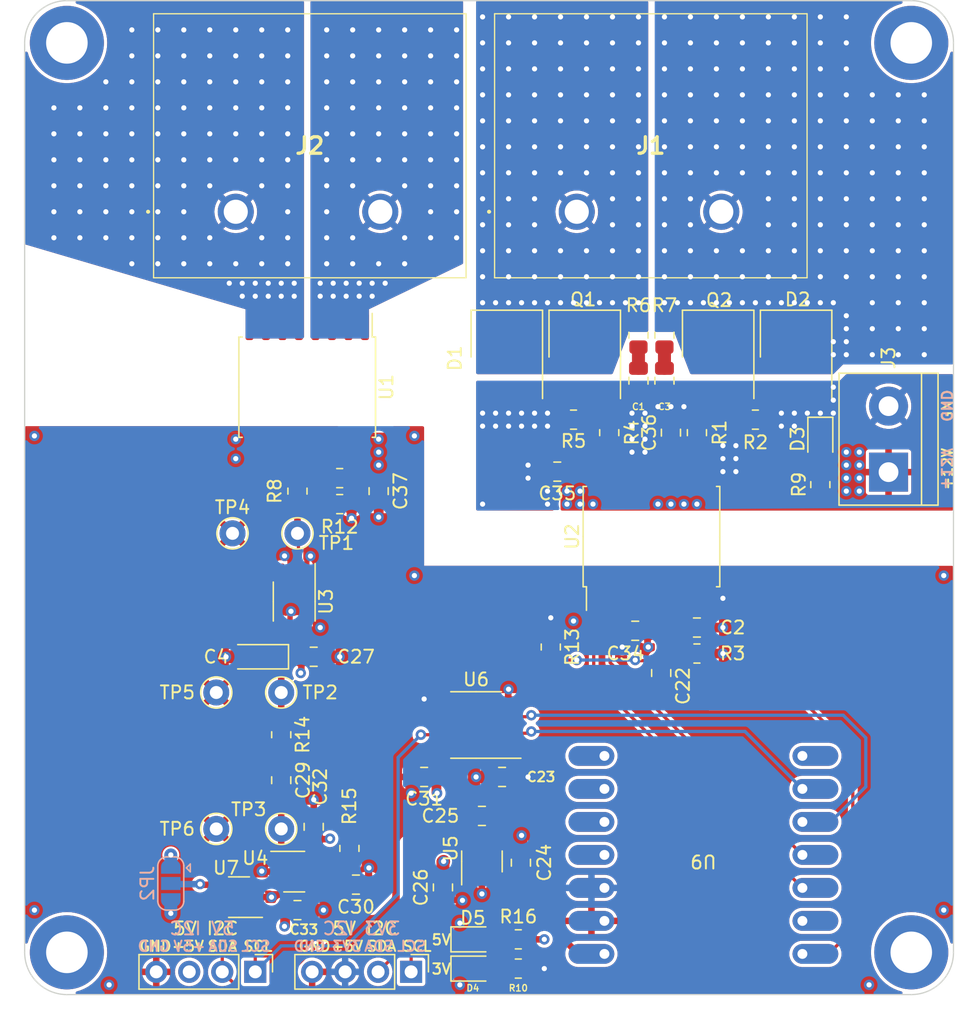
<source format=kicad_pcb>
(kicad_pcb (version 20221018) (generator pcbnew)
  (layers (0 "F.Cu" signal) (1 "In1.Cu" signal) (2 "In2.Cu" signal) (31 "B.Cu" signal) (34 "B.Paste" user) (35 "F.Paste" user) (36 "B.SilkS" user "B.Silkscreen") (37 "F.SilkS" user "F.Silkscreen") (38 "B.Mask" user) (39 "F.Mask" user) (44 "Edge.Cuts" user))
  (net 0 "")
  (net 1 "Net-(D3-A)")
  (net 2 "+3V3")
  (net 3 "Net-(D4-A)")
  (net 4 "GND")
  (net 5 "Net-(D5-A)")
  (net 12 "Net-(#FLG03-pwr)")
  (net 13 "SDA_3V3")
  (net 14 "SCL_3V3")
  (net 15 "PWM_A")
  (net 16 "PWM_B")
  (net 17 "FAULT")
  (net 18 "Net-(C1-Pad1)")
  (net 19 "GNDPWR")
  (net 20 "Net-(U2-DT)")
  (net 21 "Net-(C3-Pad1)")
  (net 22 "Net-(U3-VOUT)")
  (net 23 "Net-(U5-CPOS)")
  (net 24 "Net-(U5-CNEG)")
  (net 25 "+5V")
  (net 26 "Net-(C29-Pad1)")
  (net 27 "Net-(U4-+IN)")
  (net 28 "Net-(U4--IN)")
  (net 29 "+12V")
  (net 30 "SW_A")
  (net 31 "SW_B")
  (net 32 "AC_B")
  (net 33 "AC_A")
  (net 34 "Net-(JP2-C)")
  (net 35 "Net-(Q1-G)")
  (net 36 "Net-(Q2-G)")
  (net 37 "Net-(U2-OUTB)")
  (net 38 "Net-(U2-OUTA)")
  (net 39 "SENSE_AC")
  (net 40 "Net-(U3-IN1)")
  (net 41 "Net-(U1-VOC)")
  (net 46 "SDA_5")
  (net 47 "SCL_5")
  (footprint "Capacitor_SMD:C_0805_2012Metric" (layer "F.Cu") (at 129.95 81.5)
    (fp_text reference "C25")
    (fp_text value "1uF")
  )
  (footprint "Resistor_SMD:R_0805_2012Metric" (layer "F.Cu") (at 114.5 75.25 -90)
    (fp_text reference "R14")
    (fp_text value "5.6K")
  )
  (footprint "Capacitor_SMD:C_0805_2012Metric" (layer "F.Cu") (at 132.95 85.1 90)
    (fp_text reference "C24")
    (fp_text value "1uF")
  )
  (footprint "Package_SO:MSOP-8_3x3mm_P0.65mm" (layer "F.Cu") (at 115.5 65 -90)
    (fp_text reference "U3")
    (fp_text value "LTC1968")
  )
  (footprint "Package_TO_SOT_SMD:TSOT-23-5" (layer "F.Cu") (at 115.5 85.7875)
    (fp_text reference "U4")
    (fp_text value "LT1880")
  )
  (footprint "LED_SMD:LED_0805_2012Metric" (layer "F.Cu") (at 129.25 91)
    (fp_text reference "D5")
    (fp_text value "LED")
  )
  (footprint "Package_DFN_QFN:PQFN-8-EP_6x5mm_P1.27mm_Generic" (layer "F.Cu") (at 137.865 46.275 90)
    (fp_text reference "Q1")
    (fp_text value "ISC012N04LM6ATMA1")
  )
  (footprint "Capacitor_SMD:C_0805_2012Metric" (layer "F.Cu") (at 142 48 -90)
    (fp_text reference "C1")
    (fp_text value "0.1uF")
  )
  (footprint "Resistor_SMD:R_0805_2012Metric" (layer "F.Cu") (at 146.5 69)
    (fp_text reference "R3")
    (fp_text value "1K")
  )
  (footprint "TestPoint:TestPoint_THTPad_D2.0mm_Drill1.0mm" (layer "F.Cu") (at 110.75 59.75)
    (fp_text reference "TP4")
    (fp_text value "TestPoint")
  )
  (footprint "TestPoint:TestPoint_THTPad_D2.0mm_Drill1.0mm" (layer "F.Cu") (at 114.5 72)
    (fp_text reference "TP2")
    (fp_text value "TestPoint")
  )
  (footprint "Capacitor_SMD:C_0805_2012Metric" (layer "F.Cu") (at 117 69.25)
    (fp_text reference "C27")
    (fp_text value "10nF")
  )
  (footprint "MountingHole:MountingHole_3.2mm_M3_ISO7380_Pad" (layer "F.Cu") (at 163 22)
    (fp_text reference "H2" hide)
    (fp_text value "MountingHole")
  )
  (footprint "Package_TO_SOT_SMD:SOT-23-6" (layer "F.Cu") (at 129.95 85 90)
    (fp_text reference "U5")
    (fp_text value "CAT3200-5")
  )
  (footprint "Capacitor_SMD:C_0805_2012Metric" (layer "F.Cu") (at 122 56.5 -90)
    (fp_text reference "C37")
    (fp_text value "0.1uF")
  )
  (footprint "Capacitor_SMD:C_0805_2012Metric" (layer "F.Cu") (at 141.75 67.25)
    (fp_text reference "C34")
    (fp_text value "0.1uF")
  )
  (footprint "Resistor_SMD:R_0805_2012Metric" (layer "F.Cu") (at 144 44.5 -90)
    (fp_text reference "R7")
    (fp_text value "1K")
  )
  (footprint "Capacitor_SMD:C_0805_2012Metric" (layer "F.Cu") (at 143.75 70.5 -90)
    (fp_text reference "C22")
    (fp_text value "1nF")
  )
  (footprint "QTPY:QTPY-RP2040" (layer "F.Cu") (at 147 84.5 180)
    (fp_text reference "U9")
    (fp_text value "QTPY")
  )
  (footprint "LED_SMD:LED_0805_2012Metric" (layer "F.Cu") (at 129.25 93.25)
    (fp_text reference "D4")
    (fp_text value "LED")
  )
  (footprint "Capacitor_SMD:C_0805_2012Metric" (layer "F.Cu") (at 126.95 87 -90)
    (fp_text reference "C26")
    (fp_text value "1uF")
  )
  (footprint "Capacitor_SMD:C_0805_2012Metric" (layer "F.Cu") (at 117 82.3375 90)
    (fp_text reference "C32")
    (fp_text value "0.1uF")
  )
  (footprint "Resistor_SMD:R_0805_2012Metric" (layer "F.Cu") (at 119 55.5 180)
    (fp_text reference "R11" hide)
    (fp_text value "3.3K")
  )
  (footprint "Resistor_SMD:R_0805_2012Metric" (layer "F.Cu") (at 115.75 56.5 -90)
    (fp_text reference "R8")
    (fp_text value "0")
  )
  (footprint "Resistor_SMD:R_0805_2012Metric" (layer "F.Cu") (at 139.75 52 90)
    (fp_text reference "R4")
    (fp_text value "20")
  )
  (footprint "Resistor_SMD:R_0805_2012Metric" (layer "F.Cu") (at 132.75 93.25 180)
    (fp_text reference "R10")
    (fp_text value "260")
  )
  (footprint "MountingHole:MountingHole_3.2mm_M3_ISO7380_Pad" (layer "F.Cu") (at 98 92)
    (fp_text reference "H3" hide)
    (fp_text value "MountingHole")
  )
  (footprint "TerminalBlock:TerminalBlock_bornier-2_P5.08mm" (layer "F.Cu") (at 161.25 55.04 90)
    (fp_text reference "J3")
    (fp_text value "PWR_IN")
  )
  (footprint "Connector_PinHeader_2.54mm:PinHeader_1x04_P2.54mm_Vertical" (layer "F.Cu") (at 124.5 93.5 -90)
    (fp_text reference "J5" hide)
    (fp_text value "I2C_3V3")
  )
  (footprint "Resistor_SMD:R_0805_2012Metric" (layer "F.Cu") (at 137 51 180)
    (fp_text reference "R5")
    (fp_text value "100")
  )
  (footprint "Capacitor_SMD:C_0805_2012Metric" (layer "F.Cu") (at 115.75 88.75)
    (fp_text reference "C33")
    (fp_text value "0.1uF")
  )
  (footprint "8PCV-02-006:8PCV02006" (layer "F.Cu") (at 137.25 35 180)
    (fp_text reference "J1")
    (fp_text value "SW_OUT" hide)
  )
  (footprint "TestPoint:TestPoint_THTPad_D2.0mm_Drill1.0mm" (layer "F.Cu") (at 109.5 72)
    (fp_text reference "TP5")
    (fp_text value "TestPoint")
  )
  (footprint "Package_DFN_QFN:PQFN-8-EP_6x5mm_P1.27mm_Generic" (layer "F.Cu") (at 154.135 46.275 90)
    (fp_text reference "D2")
    (fp_text value "V30K45")
  )
  (footprint "Package_SO:SOIC-16W_7.5x10.3mm_P1.27mm" (layer "F.Cu") (at 116.5 48.5 -90)
    (fp_text reference "U1")
    (fp_text value "ACS732KLATR-75AB")
  )
  (footprint "Package_SO:SOIC-8_3.9x4.9mm_P1.27mm" (layer "F.Cu") (at 129.5 74.5 180)
    (fp_text reference "U6")
    (fp_text value "NLSX4373DR2G")
  )
  (footprint "TestPoint:TestPoint_THTPad_D2.0mm_Drill1.0mm" (layer "F.Cu") (at 114.5 82.5)
    (fp_text reference "TP3")
    (fp_text value "TestPoint")
  )
  (footprint "Resistor_SMD:R_0805_2012Metric" (layer "F.Cu") (at 119.75 84 -90)
    (fp_text reference "R15")
    (fp_text value "24.9K")
  )
  (footprint "Resistor_SMD:R_0805_2012Metric" (layer "F.Cu") (at 142 44.5 -90)
    (fp_text reference "R6")
    (fp_text value "1K")
  )
  (footprint "Capacitor_SMD:C_0805_2012Metric" (layer "F.Cu") (at 125.5 78.5 180)
    (fp_text reference "C31")
    (fp_text value "0.1uF")
  )
  (footprint "Capacitor_SMD:C_0805_2012Metric" (layer "F.Cu") (at 146.5 67)
    (fp_text reference "C2")
    (fp_text value "2.2nF")
  )
  (footprint "Package_TO_SOT_SMD:SOT-23-6" (layer "F.Cu") (at 111.25 87.75 180)
    (fp_text reference "U7")
    (fp_text value "ADC101C021CIMK")
  )
  (footprint "Capacitor_SMD:C_0805_2012Metric" (layer "F.Cu") (at 131.5 78.5 180)
    (fp_text reference "C23")
    (fp_text value "0.1uF")
  )
  (footprint "MountingHole:MountingHole_3.2mm_M3_ISO7380_Pad" (layer "F.Cu") (at 98 22)
    (fp_text reference "H1" hide)
    (fp_text value "MountingHole")
  )
  (footprint "Connector_PinHeader_2.54mm:PinHeader_1x04_P2.54mm_Vertical" (layer "F.Cu") (at 112.5 93.5 -90)
    (fp_text reference "J4" hide)
    (fp_text value "I2C_5V")
  )
  (footprint "Capacitor_SMD:C_0805_2012Metric" (layer "F.Cu") (at 114.5 78.75 -90)
    (fp_text reference "C29")
    (fp_text value "10uF")
  )
  (footprint "Capacitor_SMD:C_0805_2012Metric" (layer "F.Cu") (at 120.25 86.7875)
    (fp_text reference "C30")
    (fp_text value "1uF")
  )
  (footprint "Resistor_SMD:R_0805_2012Metric" (layer "F.Cu") (at 156 56 90)
    (fp_text reference "R9")
    (fp_text value "2K")
  )
  (footprint "Resistor_SMD:R_0805_2012Metric" (layer "F.Cu") (at 151 51)
    (fp_text reference "R2")
    (fp_text value "100")
  )
  (footprint "TestPoint:TestPoint_THTPad_D2.0mm_Drill1.0mm" (layer "F.Cu") (at 115.75 59.75)
    (fp_text reference "TP1")
    (fp_text value "TestPoint")
  )
  (footprint "Capacitor_SMD:C_0805_2012Metric" (layer "F.Cu") (at 144.5 52 90)
    (fp_text reference "C36")
    (fp_text value "1uF")
  )
  (footprint "8PCV-02-006:8PCV02006" (layer "F.Cu") (at 111 35 180)
    (fp_text reference "J2")
    (fp_text value "CUR_SENSE" hide)
  )
  (footprint "Package_SO:SOIC-16W_7.5x10.3mm_P1.27mm" (layer "F.Cu") (at 143 60 90)
    (fp_text reference "U2")
    (fp_text value "UCC21540")
  )
  (footprint "TestPoint:TestPoint_THTPad_D2.0mm_Drill1.0mm" (layer "F.Cu") (at 109.5 82.5)
    (fp_text reference "TP6")
    (fp_text value "TestPoint")
  )
  (footprint "Resistor_SMD:R_0805_2012Metric" (layer "F.Cu") (at 119 57.5 180)
    (fp_text reference "R12")
    (fp_text value "1K")
  )
  (footprint "Resistor_SMD:R_0805_2012Metric" (layer "F.Cu") (at 132.75 91 180)
    (fp_text reference "R16")
    (fp_text value "600")
  )
  (footprint "Capacitor_SMD:C_0805_2012Metric" (layer "F.Cu") (at 135.75 55 180)
    (fp_text reference "C35")
    (fp_text value "1uF")
  )
  (footprint "Package_DFN_QFN:PQFN-8-EP_6x5mm_P1.27mm_Generic" (layer "F.Cu") (at 148.135 46.275 90)
    (fp_text reference "Q2")
    (fp_text value "ISC012N04LM6ATMA1")
  )
  (footprint "MountingHole:MountingHole_3.2mm_M3_ISO7380_Pad" (layer "F.Cu") (at 163 92)
    (fp_text reference "H4" hide)
    (fp_text value "MountingHole")
  )
  (footprint "Capacitor_Tantalum_SMD:CP_EIA-3216-18_Kemet-A" (layer "F.Cu") (at 112.75 69.25 180)
    (fp_text reference "C4")
    (fp_text value "10uF")
  )
  (footprint "Capacitor_SMD:C_0805_2012Metric" (layer "F.Cu") (at 144 48 -90)
    (fp_text reference "C3")
    (fp_text value "0.1uF")
  )
  (footprint "LED_SMD:LED_0805_2012Metric" (layer "F.Cu") (at 156 52.5 -90)
    (fp_text reference "D3")
    (fp_text value "LED")
  )
  (footprint "Resistor_SMD:R_0805_2012Metric" (layer "F.Cu") (at 135.25 68.5 -90)
    (fp_text reference "R13")
    (fp_text value "1K")
  )
  (footprint "Package_DFN_QFN:PQFN-8-EP_6x5mm_P1.27mm_Generic" (layer "F.Cu") (at 131.865 46.275 90)
    (fp_text reference "D1")
    (fp_text value "V30K45")
  )
  (footprint "Resistor_SMD:R_0805_2012Metric" (layer "F.Cu") (at 146.5 52 90)
    (fp_text reference "R1")
    (fp_text value "20")
  )
  (footprint "Jumper:SolderJumper-3_P1.3mm_Open_RoundedPad1.0x1.5mm" (layer "B.Cu") (at 106 86.7 -90)
    (fp_text reference "JP2")
    (fp_text value "ADDR_JUMPER")
  )
  (gr_arc (start 98 95.25) (mid 95.701903 94.298097) (end 94.75 92) (stroke (width 0.1)) (layer "Edge.Cuts"))
  (gr_arc (start 94.75 22) (mid 95.701903 19.701903) (end 98 18.75) (stroke (width 0.1)) (layer "Edge.Cuts"))
  (gr_arc (start 163 18.75) (mid 165.298097 19.701903) (end 166.25 22) (stroke (width 0.1)) (layer "Edge.Cuts"))
  (gr_arc (start 166.25 92) (mid 165.298097 94.298097) (end 163 95.25) (stroke (width 0.1)) (layer "Edge.Cuts"))
  (gr_line (start 163 95.25) (end 98 95.25) (stroke (width 0.1)) (layer "Edge.Cuts"))
  (gr_line (start 94.75 92) (end 94.75 22) (stroke (width 0.1)) (layer "Edge.Cuts"))
  (gr_line (start 166.25 22) (end 166.25 92) (stroke (width 0.1)) (layer "Edge.Cuts"))
  (gr_line (start 98 18.75) (end 163 18.75) (stroke (width 0.1)) (layer "Edge.Cuts"))
  (gr_text "+12V" (at 165.25 56.5 -90) (layer "B.SilkS") (effects (font (size 0.8 0.8)) (justify left bottom mirror)))
  (gr_text "3V3" (at 120.75 92) (layer "B.SilkS") (effects (font (size 0.8 0.8)) (justify left bottom mirror)))
  (gr_text "3V3 I2C" (at 123.75 90.75) (layer "B.SilkS") (effects (font (size 1 1)) (justify left bottom mirror)))
  (gr_text "SCL" (at 113.75 92) (layer "B.SilkS") (effects (font (size 0.8 0.8)) (justify left bottom mirror)))
  (gr_text "SDA" (at 111.25 92) (layer "B.SilkS") (effects (font (size 0.8 0.8)) (justify left bottom mirror)))
  (gr_text "SDA" (at 123.25 92) (layer "B.SilkS") (effects (font (size 0.8 0.8)) (justify left bottom mirror)))
  (gr_text "GND" (at 106 92) (layer "B.SilkS") (effects (font (size 0.8 0.8)) (justify left bottom mirror)))
  (gr_text "5V I2C" (at 111 90.75) (layer "B.SilkS") (effects (font (size 1 1)) (justify left bottom mirror)))
  (gr_text "GND" (at 165.25 51.25 -90) (layer "B.SilkS") (effects (font (size 0.8 0.8)) (justify left bottom mirror)))
  (gr_text "SCL" (at 125.75 92) (layer "B.SilkS") (effects (font (size 0.8 0.8)) (justify left bottom mirror)))
  (gr_text "+5V" (at 108.75 92) (layer "B.SilkS") (effects (font (size 0.8 0.8)) (justify left bottom mirror)))
  (gr_text "GND" (at 118 92) (layer "B.SilkS") (effects (font (size 0.8 0.8)) (justify left bottom mirror)))
  (gr_text "GND" (at 115.75 92) (layer "F.SilkS") (effects (font (size 0.8 0.8)) (justify left bottom)))
  (gr_text "SCL" (at 111.5 92) (layer "F.SilkS") (effects (font (size 0.8 0.8)) (justify left bottom)))
  (gr_text "+5V" (at 106 92) (layer "F.SilkS") (effects (font (size 0.8 0.8)) (justify left bottom)))
  (gr_text "+5V" (at 118.25 92) (layer "F.SilkS") (effects (font (size 0.8 0.8)) (justify left bottom)))
  (gr_text "5V I2C" (at 118.346904 90.75) (layer "F.SilkS") (effects (font (size 1 1)) (justify left bottom)))
  (gr_text "5V" (at 126 91.5) (layer "F.SilkS") (effects (font (size 0.8 0.8)) (justify left bottom)))
  (gr_text "GND" (at 166.25 51.25 90) (layer "F.SilkS") (effects (font (size 0.8 0.8)) (justify left bottom)))
  (gr_text "3V" (at 126 93.75) (layer "F.SilkS") (effects (font (size 0.8 0.8)) (justify left bottom)))
  (gr_text "SDA" (at 108.75 92) (layer "F.SilkS") (effects (font (size 0.8 0.8)) (justify left bottom)))
  (gr_text "GND" (at 103.5 92) (layer "F.SilkS") (effects (font (size 0.8 0.8)) (justify left bottom)))
  (gr_text "5V I2C" (at 106.096904 90.75) (layer "F.SilkS") (effects (font (size 1 1)) (justify left bottom)))
  (gr_text "SDA" (at 121 92) (layer "F.SilkS") (effects (font (size 0.8 0.8)) (justify left bottom)))
  (gr_text "SCL" (at 123.75 92) (layer "F.SilkS") (effects (font (size 0.8 0.8)) (justify left bottom)))
  (gr_text "+12V" (at 166.25 56.5 90) (layer "F.SilkS") (effects (font (size 0.8 0.8)) (justify left bottom)))
  (segment (start 156 55.0875) (end 156 53.4375) (width 0.5) (layer "F.Cu") (net 1))
  (segment (start 147.445 64.65) (end 148.4 64.65) (width 0.5) (layer "F.Cu") (net 2))
  (segment (start 140.8 68.45) (end 140.8 67.25) (width 0.5) (layer "F.Cu") (net 2))
  (segment (start 132.45 78.5) (end 132.45 76.88) (width 0.5) (layer "F.Cu") (net 2))
  (segment (start 127.025 72.595) (end 125.595 72.595) (width 0.5) (layer "F.Cu") (net 2))
  (segment (start 135.25 66.25) (end 135.25 67.5875) (width 0.5) (layer "F.Cu") (net 2))
  (segment (start 132.45 78.5) (end 133.5 78.5) (width 0.5) (layer "F.Cu") (net 2))
  (segment (start 140.75 68.5) (end 140.8 68.45) (width 0.5) (layer "F.Cu") (net 2))
  (segment (start 141.095 66.955) (end 140.8 67.25) (width 0.5) (layer "F.Cu") (net 2))
  (segment (start 133.6625 93.25) (end 134.75 93.25) (width 0.5) (layer "F.Cu") (net 2))
  (segment (start 148.4 64.65) (end 148.5 64.75) (width 0.5) (layer "F.Cu") (net 2))
  (segment (start 141.095 64.65) (end 141.095 66.955) (width 0.5) (layer "F.Cu") (net 2))
  (segment (start 132.45 76.88) (end 131.975 76.405) (width 0.5) (layer "F.Cu") (net 2))
  (segment (start 125.595 72.595) (end 125.5 72.5) (width 0.5) (layer "F.Cu") (net 2))
  (via (at 134.75 93.25) (size 0.8) (drill 0.4) (layers "F.Cu" "B.Cu") (net 2))
  (via (at 133.5 78.5) (size 0.8) (drill 0.4) (layers "F.Cu" "B.Cu") (net 2))
  (via (at 125.5 72.5) (size 0.8) (drill 0.4) (layers "F.Cu" "B.Cu") (net 2))
  (via (at 140.75 68.5) (size 0.8) (drill 0.4) (layers "F.Cu" "B.Cu") (net 2))
  (via (at 135.25 66.25) (size 0.8) (drill 0.4) (layers "F.Cu" "B.Cu") (net 2))
  (via (at 148.5 64.75) (size 0.8) (drill 0.4) (layers "F.Cu" "B.Cu") (net 2))
  (segment (start 130.1875 93.25) (end 131.8375 93.25) (width 1) (layer "F.Cu") (net 3))
  (segment (start 124.5 79.75) (end 124.55 79.7) (width 1) (layer "F.Cu") (net 4))
  (segment (start 128.3125 94.4375) (end 128.25 94.5) (width 1) (layer "F.Cu") (net 4))
  (segment (start 115.175 62.8875) (end 115.175 61.909822) (width 0.25) (layer "F.Cu") (net 4))
  (segment (start 129.95 86.1375) (end 129.95 87.5) (width 0.5) (layer "F.Cu") (net 4))
  (segment (start 128.4 87.95) (end 128.45 88) (width 0.5) (layer "F.Cu") (net 4))
  (segment (start 142.75 68.5) (end 142.7 68.45) (width 0.5) (layer "F.Cu") (net 4))
  (segment (start 131.975 71.775) (end 132 71.75) (width 0.5) (layer "F.Cu") (net 4))
  (segment (start 147.45 67) (end 148.5 67) (width 0.75) (layer "F.Cu") (net 4))
  (segment (start 112.3875 87.75) (end 113.75 87.75) (width 0.5) (layer "F.Cu") (net 4))
  (segment (start 117.75 88.75) (end 116.7 88.75) (width 1) (layer "F.Cu") (net 4))
  (segment (start 132.95 84.15) (end 132.95 83.05) (width 1) (layer "F.Cu") (net 4))
  (segment (start 124.55 79.7) (end 124.55 78.5) (width 1) (layer "F.Cu") (net 4))
  (segment (start 126.95 87.95) (end 128.4 87.95) (width 0.5) (layer "F.Cu") (net 4))
  (segment (start 116.475 67.1125) (end 117.3875 67.1125) (width 0.25) (layer "F.Cu") (net 4))
  (segment (start 111.4 69.25) (end 110.25 69.25) (width 1) (layer "F.Cu") (net 4))
  (segment (start 115.175 61.909822) (end 114.752372 61.487194) (width 0.25) (layer "F.Cu") (net 4))
  (segment (start 130.55 78.5) (end 129.5 78.5) (width 1) (layer "F.Cu") (net 4))
  (segment (start 115.25 66.273959) (end 115.175 66.348959) (width 0.25) (layer "F.Cu") (net 4))
  (segment (start 128.3125 89.8125) (end 128.3125 91) (width 1) (layer "F.Cu") (net 4))
  (segment (start 117.95 69.25) (end 119 69.25) (width 1) (layer "F.Cu") (net 4))
  (segment (start 142.7 68.45) (end 142.7 67.25) (width 0.5) (layer "F.Cu") (net 4))
  (segment (start 122 57.45) (end 122 58.5) (width 0.75) (layer "F.Cu") (net 4))
  (segment (start 128.3125 93.25) (end 128.3125 94.4375) (width 1) (layer "F.Cu") (net 4))
  (segment (start 119.9125 58.5875) (end 119.9125 57.5) (width 0.75) (layer "F.Cu") (net 4))
  (segment (start 117.3875 67.1125) (end 117.5 67) (width 0.25) (layer "F.Cu") (net 4))
  (segment (start 131.975 72.595) (end 131.975 71.775) (width 0.5) (layer "F.Cu") (net 4))
  (segment (start 114.3625 85.7875) (end 113.0375 85.7875) (width 0.5) (layer "F.Cu") (net 4))
  (segment (start 128.25 89.75) (end 128.3125 89.8125) (width 1) (layer "F.Cu") (net 4))
  (segment (start 121.25 85.5) (end 121.25 86.8375) (width 0.5) (layer "F.Cu") (net 4))
  (segment (start 113.0375 85.7875) (end 113 85.75) (width 0.5) (layer "F.Cu") (net 4))
  (segment (start 116.475 61.775) (end 116.75 61.5) (width 0.25) (layer "F.Cu") (net 4))
  (segment (start 115.175 66.348959) (end 115.175 67.1125) (width 0.25) (layer "F.Cu") (net 4))
  (segment (start 142.365 66.915) (end 142.7 67.25) (width 0.5) (layer "F.Cu") (net 4))
  (segment (start 142.365 64.65) (end 142.365 66.915) (width 0.5) (layer "F.Cu") (net 4))
  (segment (start 116.475 62.8875) (end 116.475 61.775) (width 0.25) (layer "F.Cu") (net 4))
  (segment (start 117 81.3875) (end 117 80.25) (width 0.5) (layer "F.Cu") (net 4))
  (segment (start 132.95 83.05) (end 133 83) (width 1) (layer "F.Cu") (net 4))
  (segment (start 147.4125 69) (end 148.5 69) (width 0.75) (layer "F.Cu") (net 4))
  (segment (start 115.25 65.75) (end 115.25 66.273959) (width 0.25) (layer "F.Cu") (net 4))
  (via (at 117.75 88.75) (size 0.8) (drill 0.4) (layers "F.Cu" "B.Cu") (net 4))
  (via (at 113 85.75) (size 0.8) (drill 0.4) (layers "F.Cu" "B.Cu") (net 4))
  (via (at 111 52.5) (size 0.8) (drill 0.4) (layers "F.Cu" "B.Cu") (net 4))
  (via (at 95.5 52.25) (size 0.8) (drill 0.4) (layers "F.Cu" "B.Cu") (net 4))
  (via (at 133 83) (size 0.8) (drill 0.4) (layers "F.Cu" "B.Cu") (net 4))
  (via (at 124.75 52.25) (size 0.8) (drill 0.4) (layers "F.Cu" "B.Cu") (net 4))
  (via (at 122 58.5) (size 0.8) (drill 0.4) (layers "F.Cu" "B.Cu") (net 4))
  (via (at 117 80.25) (size 0.8) (drill 0.4) (layers "F.Cu" "B.Cu") (net 4))
  (via (at 132 71.75) (size 0.8) (drill 0.4) (layers "F.Cu" "B.Cu") (net 4))
  (via (at 117.5 67) (size 0.8) (drill 0.4) (layers "F.Cu" "B.Cu") (net 4))
  (via (at 113.75 87.75) (size 0.8) (drill 0.4) (layers "F.Cu" "B.Cu") (net 4))
  (via (at 128.25 89.75) (size 0.8) (drill 0.4) (layers "F.Cu" "B.Cu") (net 4))
  (via (at 115.25 65.75) (size 0.8) (drill 0.4) (layers "F.Cu" "B.Cu") (net 4))
  (via (at 165.5 88.75) (size 0.8) (drill 0.4) (layers "F.Cu" "B.Cu") (net 4))
  (via (at 101.25 94.5) (size 0.8) (drill 0.4) (layers "F.Cu" "B.Cu") (net 4))
  (via (at 128.25 94.5) (size 0.8) (drill 0.4) (layers "F.Cu" "B.Cu") (net 4))
  (via (at 148.5 67) (size 0.8) (drill 0.4) (layers "F.Cu" "B.Cu") (net 4))
  (via (at 106 89) (size 0.8) (drill 0.4) (layers "F.Cu" "B.Cu") (net 4))
  (via (at 142.75 68.5) (size 0.8) (drill 0.4) (layers "F.Cu" "B.Cu") (net 4))
  (via (at 119 69.25) (size 0.8) (drill 0.4) (layers "F.Cu" "B.Cu") (net 4))
  (via (at 114.752372 61.487194) (size 0.8) (drill 0.4) (layers "F.Cu" "B.Cu") (net 4))
  (via (at 121.25 85.5) (size 0.8) (drill 0.4) (layers "F.Cu" "B.Cu") (net 4))
  (via (at 129.5 78.5) (size 0.8) (drill 0.4) (layers "F.Cu" "B.Cu") (net 4))
  (via (at 137 66.5) (size 0.8) (drill 0.4) (layers "F.Cu" "B.Cu") (net 4))
  (via (at 119.9125 58.5875) (size 0.8) (drill 0.4) (layers "F.Cu" "B.Cu") (net 4))
  (via (at 165.5 63) (size 0.8) (drill 0.4) (layers "F.Cu" "B.Cu") (net 4))
  (via (at 95.5 88.75) (size 0.8) (drill 0.4) (layers "F.Cu" "B.Cu") (net 4))
  (via (at 116.75 61.5) (size 0.8) (drill 0.4) (layers "F.Cu" "B.Cu") (net 4))
  (via (at 129.95 87.5) (size 0.8) (drill 0.4) (layers "F.Cu" "B.Cu") (net 4))
  (via (at 124.5 79.75) (size 0.8) (drill 0.4) (layers "F.Cu" "B.Cu") (net 4))
  (via (at 148.5 69) (size 0.8) (drill 0.4) (layers "F.Cu" "B.Cu") (net 4))
  (via (at 111 54) (size 0.8) (drill 0.4) (layers "F.Cu" "B.Cu") (net 4))
  (via (at 159.75 94.5) (size 0.8) (drill 0.4) (layers "F.Cu" "B.Cu") (net 4))
  (via (at 110.25 69.25) (size 0.8) (drill 0.4) (layers "F.Cu" "B.Cu") (net 4))
  (via (at 124.75 63) (size 0.8) (drill 0.4) (layers "F.Cu" "B.Cu") (net 4))
  (via (at 128.45 88) (size 0.8) (drill 0.4) (layers "F.Cu" "B.Cu") (net 4))
  (segment (start 106 88) (end 106 89) (width 1) (layer "B.Cu") (net 4))
  (segment (start 130.1875 91) (end 131.8375 91) (width 1) (layer "F.Cu") (net 5))
  (segment (start 130.9 85.373528) (end 129.95 84.423528) (width 0.5) (layer "F.Cu") (net 12))
  (segment (start 130.9 86.1375) (end 132.8625 86.1375) (width 0.5) (layer "F.Cu") (net 12))
  (segment (start 132.95 87.7) (end 137.37 92.12) (width 0.5) (layer "F.Cu") (net 12))
  (segment (start 132.95 86.05) (end 132.95 87.7) (width 0.5) (layer "F.Cu") (net 12))
  (segment (start 129.95 84.423528) (end 129.95 83.8625) (width 0.5) (layer "F.Cu") (net 12))
  (segment (start 130.9 86.1375) (end 130.9 85.373528) (width 0.5) (layer "F.Cu") (net 12))
  (segment (start 124 83.5) (end 127.5 80) (width 0.25) (layer "F.Cu") (net 13))
  (segment (start 124 91.46) (end 124 83.5) (width 0.25) (layer "F.Cu") (net 13))
  (segment (start 122.25 93.21) (end 124 91.46) (width 0.25) (layer "F.Cu") (net 13))
  (segment (start 127.5 77.681802) (end 131.316802 73.865) (width 0.25) (layer "F.Cu") (net 13))
  (segment (start 133.635 73.865) (end 131.975 73.865) (width 0.25) (layer "F.Cu") (net 13))
  (segment (start 133.75 73.75) (end 133.635 73.865) (width 0.25) (layer "F.Cu") (net 13))
  (segment (start 127.5 80) (end 127.5 77.681802) (width 0.25) (layer "F.Cu") (net 13))
  (via (at 133.75 73.75) (size 0.8) (drill 0.4) (layers "F.Cu" "B.Cu") (net 13))
  (segment (start 133.75 73.75) (end 157.763625 73.75) (width 0.25) (layer "B.Cu") (net 13))
  (segment (start 159.5 75.486375) (end 159.5 79.25) (width 0.25) (layer "B.Cu") (net 13))
  (segment (start 157.763625 73.75) (end 159.5 75.486375) (width 0.25) (layer "B.Cu") (net 13))
  (segment (start 159.5 79.25) (end 156.79 81.96) (width 0.25) (layer "B.Cu") (net 13))
  (segment (start 131.975 75.135) (end 133.615 75.135) (width 0.25) (layer "F.Cu") (net 14))
  (segment (start 124.5 93.5) (end 124.5 84.25) (width 0.25) (layer "F.Cu") (net 14))
  (segment (start 128.5 80.25) (end 128.5 78) (width 0.25) (layer "F.Cu") (net 14))
  (segment (start 128.5 78) (end 131.365 75.135) (width 0.25) (layer "F.Cu") (net 14))
  (segment (start 133.615 75.135) (end 133.75 75) (width 0.25) (layer "F.Cu") (net 14))
  (segment (start 124.5 84.25) (end 128.5 80.25) (width 0.25) (layer "F.Cu") (net 14))
  (via (at 133.75 75) (size 0.8) (drill 0.4) (layers "F.Cu" "B.Cu") (net 14))
  (segment (start 150.2 75) (end 154.62 79.42) (width 0.25) (layer "B.Cu") (net 14))
  (segment (start 133.75 75) (end 150.2 75) (width 0.25) (layer "B.Cu") (net 14))
  (segment (start 154.62 87.04) (end 138.555 70.975) (width 0.25) (layer "F.Cu") (net 15))
  (segment (start 138.555 70.975) (end 138.555 64.65) (width 0.25) (layer "F.Cu") (net 15))
  (segment (start 139.825 64.65) (end 139.825 69.705) (width 0.25) (layer "F.Cu") (net 16))
  (segment (start 139.825 69.705) (end 154.62 84.5) (width 0.25) (layer "F.Cu") (net 16))
  (segment (start 144.05 69.55) (end 147.5 73) (width 0.25) (layer "F.Cu") (net 17))
  (segment (start 137.25 69.5) (end 135.3375 69.5) (width 0.25) (layer "F.Cu") (net 17))
  (segment (start 143.75 69.55) (end 144.05 69.55) (width 0.25) (layer "F.Cu") (net 17))
  (segment (start 141.8 69.55) (end 143.75 69.55) (width 0.25) (layer "F.Cu") (net 17))
  (segment (start 158.5 90.25) (end 156.63 92.12) (width 0.25) (layer "F.Cu") (net 17))
  (segment (start 158.5 76.5) (end 158.5 90.25) (width 0.25) (layer "F.Cu") (net 17))
  (segment (start 128.474327 69.4125) (end 135.25 69.4125) (width 0.25) (layer "F.Cu") (net 17))
  (segment (start 117.135 53.15) (end 117.135 58.073173) (width 0.25) (layer "F.Cu") (net 17))
  (segment (start 141.75 69.5) (end 141.8 69.55) (width 0.25) (layer "F.Cu") (net 17))
  (segment (start 117.135 58.073173) (end 128.474327 69.4125) (width 0.25) (layer "F.Cu") (net 17))
  (segment (start 155 73) (end 158.5 76.5) (width 0.25) (layer "F.Cu") (net 17))
  (segment (start 135.3375 69.5) (end 135.25 69.4125) (width 0.25) (layer "F.Cu") (net 17))
  (segment (start 143.635 69.435) (end 143.635 64.65) (width 0.25) (layer "F.Cu") (net 17))
  (segment (start 147.5 73) (end 155 73) (width 0.25) (layer "F.Cu") (net 17))
  (segment (start 143.75 69.55) (end 143.635 69.435) (width 0.25) (layer "F.Cu") (net 17))
  (via (at 137.25 69.5) (size 0.8) (drill 0.4) (layers "F.Cu" "B.Cu") (net 17))
  (via (at 141.75 69.5) (size 0.8) (drill 0.4) (layers "F.Cu" "B.Cu") (net 17))
  (segment (start 137.25 69.5) (end 141.75 69.5) (width 0.25) (layer "B.Cu") (net 17))
  (segment (start 142 45.4125) (end 142 47.05) (width 1) (layer "F.Cu") (net 18))
  (via (at 157 48.5) (size 0.8) (drill 0.4) (layers "F.Cu" "B.Cu") (net 19))
  (via (at 135 56.5) (size 0.8) (drill 0.4) (layers "F.Cu" "B.Cu") (net 19))
  (via (at 134 51.5) (size 0.8) (drill 0.4) (layers "F.Cu" "B.Cu") (net 19))
  (via (at 133 50.5) (size 0.8) (drill 0.4) (layers "F.Cu" "B.Cu") (net 19))
  (via (at 131 51.5) (size 0.8) (drill 0.4) (layers "F.Cu" "B.Cu") (net 19))
  (via (at 154 50.5) (size 0.8) (drill 0.4) (layers "F.Cu" "B.Cu") (net 19))
  (via (at 135 50.5) (size 0.8) (drill 0.4) (layers "F.Cu" "B.Cu") (net 19))
  (via (at 131 50.5) (size 0.8) (drill 0.4) (layers "F.Cu" "B.Cu") (net 19))
  (via (at 130 50.5) (size 0.8) (drill 0.4) (layers "F.Cu" "B.Cu") (net 19))
  (via (at 148.5 54) (size 0.8) (drill 0.4) (layers "F.Cu" "B.Cu") (net 19))
  (via (at 148.5 53) (size 0.8) (drill 0.4) (layers "F.Cu" "B.Cu") (net 19))
  (via (at 141.5 52.5) (size 0.8) (drill 0.4) (layers "F.Cu" "B.Cu") (net 19))
  (via (at 134 50.5) (size 0.8) (drill 0.4) (layers "F.Cu" "B.Cu") (net 19))
  (via (at 144.5 50) (size 0.8) (drill 0.4) (layers "F.Cu" "B.Cu") (net 19))
  (via (at 143.5 50) (size 0.8) (drill 0.4) (layers "F.Cu" "B.Cu") (net 19))
  (via (at 130 51.5) (size 0.8) (drill 0.4) (layers "F.Cu" "B.Cu") (net 19))
  (via (at 156 50.5) (size 0.8) (drill 0.4) (layers "F.Cu" "B.Cu") (net 19))
  (via (at 135 57.5) (size 0.8) (drill 0.4) (layers "F.Cu" "B.Cu") (net 19))
  (via (at 142.5 53.5) (size 0.8) (drill 0.4) (layers "F.Cu" "B.Cu") (net 19))
  (via (at 130 57.5) (size 0.8) (drill 0.4) (layers "F.Cu" "B.Cu") (net 19))
  (via (at 145.5 50) (size 0.8) (drill 0.4) (layers "F.Cu" "B.Cu") (net 19))
  (via (at 142.5 51.5) (size 0.8) (drill 0.4) (layers "F.Cu" "B.Cu") (net 19))
  (via (at 149.5 53) (size 0.8) (drill 0.4) (layers "F.Cu" "B.Cu") (net 19))
  (via (at 155 50.5) (size 0.8) (drill 0.4) (layers "F.Cu" "B.Cu") (net 19))
  (via (at 142.5 52.5) (size 0.8) (drill 0.4) (layers "F.Cu" "B.Cu") (net 19))
  (via (at 141.5 53.5) (size 0.8) (drill 0.4) (layers "F.Cu" "B.Cu") (net 19))
  (via (at 133.5 55.5) (size 0.8) (drill 0.4) (layers "F.Cu" "B.Cu") (net 19))
  (via (at 132 51.5) (size 0.8) (drill 0.4) (layers "F.Cu" "B.Cu") (net 19))
  (via (at 149.5 54) (size 0.8) (drill 0.4) (layers "F.Cu" "B.Cu") (net 19))
  (via (at 133.5 54.5) (size 0.8) (drill 0.4) (layers "F.Cu" "B.Cu") (net 19))
  (via (at 132 50.5) (size 0.8) (drill 0.4) (layers "F.Cu" "B.Cu") (net 19))
  (via (at 154 51.5) (size 0.8) (drill 0.4) (layers "F.Cu" "B.Cu") (net 19))
  (via (at 148.5 55) (size 0.8) (drill 0.4) (layers "F.Cu" "B.Cu") (net 19))
  (via (at 153 50.5) (size 0.8) (drill 0.4) (layers "F.Cu" "B.Cu") (net 19))
  (via (at 149.5 55) (size 0.8) (drill 0.4) (layers "F.Cu" "B.Cu") (net 19))
  (via (at 141.5 51.5) (size 0.8) (drill 0.4) (layers "F.Cu" "B.Cu") (net 19))
  (via (at 157 50.5) (size 0.8) (drill 0.4) (layers "F.Cu" "B.Cu") (net 19))
  (via (at 133 51.5) (size 0.8) (drill 0.4) (layers "F.Cu" "B.Cu") (net 19))
  (via (at 157 49.5) (size 0.8) (drill 0.4) (layers "F.Cu" "B.Cu") (net 19))
  (via (at 135 51.5) (size 0.8) (drill 0.4) (layers "F.Cu" "B.Cu") (net 19))
  (via (at 141.5 50.5) (size 0.8) (drill 0.4) (layers "F.Cu" "B.Cu") (net 19))
  (via (at 153 51.5) (size 0.8) (drill 0.4) (layers "F.Cu" "B.Cu") (net 19))
  (via (at 142.5 50.5) (size 0.8) (drill 0.4) (layers "F.Cu" "B.Cu") (net 19))
  (segment (start 144.905 66.355) (end 144.905 64.65) (width 0.5) (layer "F.Cu") (net 20))
  (segment (start 145.55 67) (end 144.905 66.355) (width 0.5) (layer "F.Cu") (net 20))
  (segment (start 145.55 67) (end 145.55 68.9625) (width 0.5) (layer "F.Cu") (net 20))
  (segment (start 144 45.4125) (end 144 47.05) (width 1) (layer "F.Cu") (net 21))
  (segment (start 114.5 72) (end 114.5 69.65) (width 0.5) (layer "F.Cu") (net 22))
  (segment (start 114.5 72) (end 114.5 74.3375) (width 0.5) (layer "F.Cu") (net 22))
  (segment (start 114.525 67.1125) (end 114.525 68.825) (width 0.25) (layer "F.Cu") (net 22))
  (segment (start 129 81.5) (end 129 83.8625) (width 0.5) (layer "F.Cu") (net 23))
  (segment (start 130.9 81.5) (end 130.9 83.8625) (width 0.5) (layer "F.Cu") (net 24))
  (segment (start 116.6375 84.8375) (end 116.6375 83.65) (width 0.5) (layer "F.Cu") (net 25))
  (segment (start 126.95 86.05) (end 126.95 85.05) (width 1) (layer "F.Cu") (net 25))
  (segment (start 116.6375 83.65) (end 117 83.2875) (width 0.5) (layer "F.Cu") (net 25))
  (segment (start 126.45 78.5) (end 126.45 79.7) (width 0.75) (layer "F.Cu") (net 25))
  (segment (start 128.9125 86.05) (end 126.95 86.05) (width 0.5) (layer "F.Cu") (net 25))
  (segment (start 116.05 70.45) (end 116 70.5) (width 0.5) (layer "F.Cu") (net 25))
  (segment (start 114.8 88.75) (end 114.8 89.95) (width 0.75) (layer "F.Cu") (net 25))
  (segment (start 126.45 78.5) (end 126.45 76.98) (width 0.5) (layer "F.Cu") (net 25))
  (segment (start 129 86.1375) (end 128.9125 86.05) (width 0.5) (layer "F.Cu") (net 25))
  (segment (start 114.8 89.95) (end 114.75 90) (width 0.75) (layer "F.Cu") (net 25))
  (segment (start 112.3875 88.7) (end 114.75 88.7) (width 0.5) (layer "F.Cu") (net 25))
  (segment (start 126.45 79.7) (end 126.5 79.75) (width 0.75) (layer "F.Cu") (net 25))
  (segment (start 116.05 69.25) (end 116.05 70.45) (width 0.5) (layer "F.Cu") (net 25))
  (segment (start 126.95 85.05) (end 127 85) (width 1) (layer "F.Cu") (net 25))
  (segment (start 115.825 67.1125) (end 115.825 69.025) (width 0.25) (layer "F.Cu") (net 25))
  (segment (start 118.2125 83.2875) (end 118.25 83.25) (width 0.5) (layer "F.Cu") (net 25))
  (segment (start 117 83.2875) (end 118.2125 83.2875) (width 0.5) (layer "F.Cu") (net 25))
  (segment (start 134.75 91) (end 133.6625 91) (width 0.5) (layer "F.Cu") (net 25))
  (segment (start 126.45 76.98) (end 127.025 76.405) (width 0.5) (layer "F.Cu") (net 25))
  (via (at 116 70.5) (size 0.8) (drill 0.4) (layers "F.Cu" "B.Cu") (net 25))
  (via (at 122 54.5) (size 0.8) (drill 0.4) (layers "F.Cu" "B.Cu") (net 25))
  (via (at 106 84.5) (size 0.8) (drill 0.4) (layers "F.Cu" "B.Cu") (net 25))
  (via (at 122 53.5) (size 0.8) (drill 0.4) (layers "F.Cu" "B.Cu") (net 25))
  (via (at 122 52.5) (size 0.8) (drill 0.4) (layers "F.Cu" "B.Cu") (net 25))
  (via (at 114.75 90) (size 0.8) (drill 0.4) (layers "F.Cu" "B.Cu") (net 25))
  (via (at 127 85) (size 0.8) (drill 0.4) (layers "F.Cu" "B.Cu") (net 25))
  (via (at 118.25 83.25) (size 0.8) (drill 0.4) (layers "F.Cu" "B.Cu") (net 25))
  (via (at 126.5 79.75) (size 0.8) (drill 0.4) (layers "F.Cu" "B.Cu") (net 25))
  (via (at 134.75 91) (size 0.8) (drill 0.4) (layers "F.Cu" "B.Cu") (net 25))
  (segment (start 106 85.4) (end 106 84.5) (width 1) (layer "B.Cu") (net 25))
  (segment (start 119.75 83.0875) (end 119.75 80.75) (width 0.5) (layer "F.Cu") (net 26))
  (segment (start 119.75 80.75) (end 116.8 77.8) (width 0.5) (layer "F.Cu") (net 26))
  (segment (start 114.5 76.1625) (end 114.5 77.8) (width 0.5) (layer "F.Cu") (net 26))
  (segment (start 116.8 77.8) (end 114.5 77.8) (width 0.5) (layer "F.Cu") (net 26))
  (segment (start 115.475 85.388972) (end 115.475 86.186028) (width 0.5) (layer "F.Cu") (net 27))
  (segment (start 115.475 86.186028) (end 114.923528 86.7375) (width 0.5) (layer "F.Cu") (net 27))
  (segment (start 114.3625 84.8375) (end 114.923528 84.8375) (width 0.5) (layer "F.Cu") (net 27))
  (segment (start 114.5 79.7) (end 114.5 82.5) (width 0.5) (layer "F.Cu") (net 27))
  (segment (start 114.5 84.7) (end 114.3625 84.8375) (width 0.5) (layer "F.Cu") (net 27))
  (segment (start 112.45 86.7375) (end 112.3875 86.8) (width 0.5) (layer "F.Cu") (net 27))
  (segment (start 114.3625 86.7375) (end 112.45 86.7375) (width 0.5) (layer "F.Cu") (net 27))
  (segment (start 114.923528 84.8375) (end 115.475 85.388972) (width 0.5) (layer "F.Cu") (net 27))
  (segment (start 114.923528 86.7375) (end 114.3625 86.7375) (width 0.5) (layer "F.Cu") (net 27))
  (segment (start 114.5 82.5) (end 114.5 84.7) (width 0.5) (layer "F.Cu") (net 27))
  (segment (start 119.5 86.7375) (end 119.5 85.1625) (width 0.5) (layer "F.Cu") (net 28))
  (segment (start 116.6375 86.7375) (end 119.5 86.7375) (width 0.5) (layer "F.Cu") (net 28))
  (segment (start 144.905 53.355) (end 144.5 52.95) (width 0.5) (layer "F.Cu") (net 29))
  (segment (start 136.7 55) (end 138.205 55) (width 0.5) (layer "F.Cu") (net 29))
  (segment (start 138.205 55) (end 138.555 55.35) (width 0.5) (layer "F.Cu") (net 29))
  (segment (start 144.905 55.35) (end 144.905 53.355) (width 0.5) (layer "F.Cu") (net 29))
  (via (at 145.5 57.5) (size 0.8) (drill 0.4) (layers "F.Cu" "B.Cu") (net 29))
  (via (at 138.5 57.5) (size 0.8) (drill 0.4) (layers "F.Cu" "B.Cu") (net 29))
  (via (at 159 54.5) (size 0.8) (drill 0.4) (layers "F.Cu" "B.Cu") (net 29))
  (via (at 144.5 57.5) (size 0.8) (drill 0.4) (layers "F.Cu" "B.Cu") (net 29))
  (via (at 159 53.5) (size 0.8) (drill 0.4) (layers "F.Cu" "B.Cu") (net 29))
  (via (at 136.5 57.5) (size 0.8) (drill 0.4) (layers "F.Cu" "B.Cu") (net 29))
  (via (at 146.5 57.5) (size 0.8) (drill 0.4) (layers "F.Cu" "B.Cu") (net 29))
  (via (at 136.5 56.5) (size 0.8) (drill 0.4) (layers "F.Cu" "B.Cu") (net 29))
  (via (at 158 53.5) (size 0.8) (drill 0.4) (layers "F.Cu" "B.Cu") (net 29))
  (via (at 137.5 57.5) (size 0.8) (drill 0.4) (layers "F.Cu" "B.Cu") (net 29))
  (via (at 159 55.5) (size 0.8) (drill 0.4) (layers "F.Cu" "B.Cu") (net 29))
  (via (at 158 54.5) (size 0.8) (drill 0.4) (layers "F.Cu" "B.Cu") (net 29))
  (via (at 159 56.5) (size 0.8) (drill 0.4) (layers "F.Cu" "B.Cu") (net 29))
  (via (at 143.5 57.5) (size 0.8) (drill 0.4) (layers "F.Cu" "B.Cu") (net 29))
  (via (at 137.5 56.5) (size 0.8) (drill 0.4) (layers "F.Cu" "B.Cu") (net 29))
  (via (at 158 56.5) (size 0.8) (drill 0.4) (layers "F.Cu" "B.Cu") (net 29))
  (via (at 158 55.5) (size 0.8) (drill 0.4) (layers "F.Cu" "B.Cu") (net 29))
  (via (at 132 30) (size 0.8) (drill 0.4) (layers "F.Cu" "B.Cu") (net 30))
  (via (at 140 42) (size 0.8) (drill 0.4) (layers "F.Cu" "B.Cu") (net 30))
  (via (at 138 30) (size 0.8) (drill 0.4) (layers "F.Cu" "B.Cu") (net 30))
  (via (at 142 38) (size 0.8) (drill 0.4) (layers "F.Cu" "B.Cu") (net 30))
  (via (at 142 34) (size 0.8) (drill 0.4) (layers "F.Cu" "B.Cu") (net 30))
  (via (at 142 30) (size 0.8) (drill 0.4) (layers "F.Cu" "B.Cu") (net 30))
  (via (at 134 42) (size 0.8) (drill 0.4) (layers "F.Cu" "B.Cu") (net 30))
  (via (at 138 20) (size 0.8) (drill 0.4) (layers "F.Cu" "B.Cu") (net 30))
  (via (at 136 24) (size 0.8) (drill 0.4) (layers "F.Cu" "B.Cu") (net 30))
  (via (at 134 26) (size 0.8) (drill 0.4) (layers "F.Cu" "B.Cu") (net 30))
  (via (at 134 36) (size 0.8) (drill 0.4) (layers "F.Cu" "B.Cu") (net 30))
  (via (at 130 24) (size 0.8) (drill 0.4) (layers "F.Cu" "B.Cu") (net 30))
  (via (at 132 20) (size 0.8) (drill 0.4) (layers "F.Cu" "B.Cu") (net 30))
  (via (at 136 22) (size 0.8) (drill 0.4) (layers "F.Cu" "B.Cu") (net 30))
  (via (at 135 42) (size 0.8) (drill 0.4) (layers "F.Cu" "B.Cu") (net 30))
  (via (at 130 34) (size 0.8) (drill 0.4) (layers "F.Cu" "B.Cu") (net 30))
  (via (at 134 40) (size 0.8) (drill 0.4) (layers "F.Cu" "B.Cu") (net 30))
  (via (at 132 28) (size 0.8) (drill 0.4) (layers "F.Cu" "B.Cu") (net 30))
  (via (at 130 42) (size 0.8) (drill 0.4) (layers "F.Cu" "B.Cu") (net 30))
  (via (at 142 32) (size 0.8) (drill 0.4) (layers "F.Cu" "B.Cu") (net 30))
  (via (at 130 26) (size 0.8) (drill 0.4) (layers "F.Cu" "B.Cu") (net 30))
  (via (at 136 20) (size 0.8) (drill 0.4) (layers "F.Cu" "B.Cu") (net 30))
  (via (at 134 28) (size 0.8) (drill 0.4) (layers "F.Cu" "B.Cu") (net 30))
  (via (at 138 38) (size 0.8) (drill 0.4) (layers "F.Cu" "B.Cu") (net 30))
  (via (at 136 28) (size 0.8) (drill 0.4) (layers "F.Cu" "B.Cu") (net 30))
  (via (at 134 34) (size 0.8) (drill 0.4) (layers "F.Cu" "B.Cu") (net 30))
  (via (at 140 24) (size 0.8) (drill 0.4) (layers "F.Cu" "B.Cu") (net 30))
  (via (at 138 42) (size 0.8) (drill 0.4) (layers "F.Cu" "B.Cu") (net 30))
  (via (at 130 36) (size 0.8) (drill 0.4) (layers "F.Cu" "B.Cu") (net 30))
  (via (at 136 32) (size 0.8) (drill 0.4) (layers "F.Cu" "B.Cu") (net 30))
  (via (at 130 40) (size 0.8) (drill 0.4) (layers "F.Cu" "B.Cu") (net 30))
  (via (at 142 40) (size 0.8) (drill 0.4) (layers "F.Cu" "B.Cu") (net 30))
  (via (at 132 36) (size 0.8) (drill 0.4) (layers "F.Cu" "B.Cu") (net 30))
  (via (at 138 24) (size 0.8) (drill 0.4) (layers "F.Cu" "B.Cu") (net 30))
  (via (at 140 36) (size 0.8) (drill 0.4) (layers "F.Cu" "B.Cu") (net 30))
  (via (at 130 28) (size 0.8) (drill 0.4) (layers "F.Cu" "B.Cu") (net 30))
  (via (at 142 42) (size 0.8) (drill 0.4) (layers "F.Cu" "B.Cu") (net 30))
  (via (at 130 20) (size 0.8) (drill 0.4) (layers "F.Cu" "B.Cu") (net 30))
  (via (at 134 20) (size 0.8) (drill 0.4) (layers "F.Cu" "B.Cu") (net 30))
  (via (at 136 42) (size 0.8) (drill 0.4) (layers "F.Cu" "B.Cu") (net 30))
  (via (at 134 22) (size 0.8) (drill 0.4) (layers "F.Cu" "B.Cu") (net 30))
  (via (at 142 26) (size 0.8) (drill 0.4) (layers "F.Cu" "B.Cu") (net 30))
  (via (at 140 32) (size 0.8) (drill 0.4) (layers "F.Cu" "B.Cu") (net 30))
  (via (at 140 26) (size 0.8) (drill 0.4) (layers "F.Cu" "B.Cu") (net 30))
  (via (at 138 40) (size 0.8) (drill 0.4) (layers "F.Cu" "B.Cu") (net 30))
  (via (at 138 26) (size 0.8) (drill 0.4) (layers "F.Cu" "B.Cu") (net 30))
  (via (at 136 38) (size 0.8) (drill 0.4) (layers "F.Cu" "B.Cu") (net 30))
  (via (at 140 28) (size 0.8) (drill 0.4) (layers "F.Cu" "B.Cu") (net 30))
  (via (at 130 32) (size 0.8) (drill 0.4) (layers "F.Cu" "B.Cu") (net 30))
  (via (at 142 22) (size 0.8) (drill 0.4) (layers "F.Cu" "B.Cu") (net 30))
  (via (at 132 34) (size 0.8) (drill 0.4) (layers "F.Cu" "B.Cu") (net 30))
  (via (at 139 42) (size 0.8) (drill 0.4) (layers "F.Cu" "B.Cu") (net 30))
  (via (at 140 20) (size 0.8) (drill 0.4) (layers "F.Cu" "B.Cu") (net 30))
  (via (at 138 22) (size 0.8) (drill 0.4) (layers "F.Cu" "B.Cu") (net 30))
  (via (at 130 38) (size 0.8) (drill 0.4) (layers "F.Cu" "B.Cu") (net 30))
  (via (at 132 24) (size 0.8) (drill 0.4) (layers "F.Cu" "B.Cu") (net 30))
  (via (at 137 42) (size 0.8) (drill 0.4) (layers "F.Cu" "B.Cu") (net 30))
  (via (at 138 32) (size 0.8) (drill 0.4) (layers "F.Cu" "B.Cu") (net 30))
  (via (at 131 42) (size 0.8) (drill 0.4) (layers "F.Cu" "B.Cu") (net 30))
  (via (at 132 32) (size 0.8) (drill 0.4) (layers "F.Cu" "B.Cu") (net 30))
  (via (at 142 24) (size 0.8) (drill 0.4) (layers "F.Cu" "B.Cu") (net 30))
  (via (at 134 32) (size 0.8) (drill 0.4) (layers "F.Cu" "B.Cu") (net 30))
  (via (at 140 34) (size 0.8) (drill 0.4) (layers "F.Cu" "B.Cu") (net 30))
  (via (at 142 20) (size 0.8) (drill 0.4) (layers "F.Cu" "B.Cu") (net 30))
  (via (at 141 42) (size 0.8) (drill 0.4) (layers "F.Cu" "B.Cu") (net 30))
  (via (at 130 30) (size 0.8) (drill 0.4) (layers "F.Cu" "B.Cu") (net 30))
  (via (at 140 40) (size 0.8) (drill 0.4) (layers "F.Cu" "B.Cu") (net 30))
  (via (at 136 30) (size 0.8) (drill 0.4) (layers "F.Cu" "B.Cu") (net 30))
  (via (at 132 38) (size 0.8) (drill 0.4) (layers "F.Cu" "B.Cu") (net 30))
  (via (at 134 24) (size 0.8) (drill 0.4) (layers "F.Cu" "B.Cu") (net 30))
  (via (at 132 40) (size 0.8) (drill 0.4) (layers "F.Cu" "B.Cu") (net 30))
  (via (at 138 28) (size 0.8) (drill 0.4) (layers "F.Cu" "B.Cu") (net 30))
  (via (at 134 38) (size 0.8) (drill 0.4) (layers "F.Cu" "B.Cu") (net 30))
  (via (at 133 42) (size 0.8) (drill 0.4) (layers "F.Cu" "B.Cu") (net 30))
  (via (at 132 22) (size 0.8) (drill 0.4) (layers "F.Cu" "B.Cu") (net 30))
  (via (at 140 30) (size 0.8) (drill 0.4) (layers "F.Cu" "B.Cu") (net 30))
  (via (at 132 42) (size 0.8) (drill 0.4) (layers "F.Cu" "B.Cu") (net 30))
  (via (at 130 22) (size 0.8) (drill 0.4) (layers "F.Cu" "B.Cu") (net 30))
  (via (at 136 40) (size 0.8) (drill 0.4) (layers "F.Cu" "B.Cu") (net 30))
  (via (at 134 30) (size 0.8) (drill 0.4) (layers "F.Cu" "B.Cu") (net 30))
  (via (at 136 26) (size 0.8) (drill 0.4) (layers "F.Cu" "B.Cu") (net 30))
  (via (at 132 26) (size 0.8) (drill 0.4) (layers "F.Cu" "B.Cu") (net 30))
  (via (at 140 38) (size 0.8) (drill 0.4) (layers "F.Cu" "B.Cu") (net 30))
  (via (at 142 28) (size 0.8) (drill 0.4) (layers "F.Cu" "B.Cu") (net 30))
  (via (at 142 36) (size 0.8) (drill 0.4) (layers "F.Cu" "B.Cu") (net 30))
  (via (at 140 22) (size 0.8) (drill 0.4) (layers "F.Cu" "B.Cu") (net 30))
  (via (at 154 20) (size 0.8) (drill 0.4) (layers "F.Cu" "B.Cu") (net 31))
  (via (at 164 28) (size 0.8) (drill 0.4) (layers "F.Cu" "B.Cu") (net 31))
  (via (at 158 38) (size 0.8) (drill 0.4) (layers "F.Cu" "B.Cu") (net 31))
  (via (at 150 26) (size 0.8) (drill 0.4) (layers "F.Cu" "B.Cu") (net 31))
  (via (at 158 30) (size 0.8) (drill 0.4) (layers "F.Cu" "B.Cu") (net 31))
  (via (at 154 30) (size 0.8) (drill 0.4) (layers "F.Cu" "B.Cu") (net 31))
  (via (at 150 22) (size 0.8) (drill 0.4) (layers "F.Cu" "B.Cu") (net 31))
  (via (at 146 28) (size 0.8) (drill 0.4) (layers "F.Cu" "B.Cu") (net 31))
  (via (at 164 30) (size 0.8) (drill 0.4) (layers "F.Cu" "B.Cu") (net 31))
  (via (at 146 30) (size 0.8) (drill 0.4) (layers "F.Cu" "B.Cu") (net 31))
  (via (at 158 34) (size 0.8) (drill 0.4) (layers "F.Cu" "B.Cu") (net 31))
  (via (at 146 26) (size 0.8) (drill 0.4) (layers "F.Cu" "B.Cu") (net 31))
  (via (at 156 28) (size 0.8) (drill 0.4) (layers "F.Cu" "B.Cu") (net 31))
  (via (at 152 38) (size 0.8) (drill 0.4) (layers "F.Cu" "B.Cu") (net 31))
  (via (at 162 34) (size 0.8) (drill 0.4) (layers "F.Cu" "B.Cu") (net 31))
  (via (at 157 42) (size 0.8) (drill 0.4) (layers "F.Cu" "B.Cu") (net 31))
  (via (at 144 24) (size 0.8) (drill 0.4) (layers "F.Cu" "B.Cu") (net 31))
  (via (at 162 32) (size 0.8) (drill 0.4) (layers "F.Cu" "B.Cu") (net 31))
  (via (at 158 22) (size 0.8) (drill 0.4) (layers "F.Cu" "B.Cu") (net 31))
  (via (at 150 20) (size 0.8) (drill 0.4) (layers "F.Cu" "B.Cu") (net 31))
  (via (at 148 30) (size 0.8) (drill 0.4) (layers "F.Cu" "B.Cu") (net 31))
  (via (at 154 32) (size 0.8) (drill 0.4) (layers "F.Cu" "B.Cu") (net 31))
  (via (at 162 28) (size 0.8) (drill 0.4) (layers "F.Cu" "B.Cu") (net 31))
  (via (at 154 34) (size 0.8) (drill 0.4) (layers "F.Cu" "B.Cu") (net 31))
  (via (at 150 38) (size 0.8) (drill 0.4) (layers "F.Cu" "B.Cu") (net 31))
  (via (at 164 32) (size 0.8) (drill 0.4) (layers "F.Cu" "B.Cu") (net 31))
  (via (at 150 40) (size 0.8) (drill 0.4) (layers "F.Cu" "B.Cu") (net 31))
  (via (at 158 20) (size 0.8) (drill 0.4) (layers "F.Cu" "B.Cu") (net 31))
  (via (at 156 40) (size 0.8) (drill 0.4) (layers "F.Cu" "B.Cu") (net 31))
  (via (at 157 46) (size 0.8) (drill 0.4) (layers "F.Cu" "B.Cu") (net 31))
  (via (at 160 38) (size 0.8) (drill 0.4) (layers "F.Cu" "B.Cu") (net 31))
  (via (at 154 26) (size 0.8) (drill 0.4) (layers "F.Cu" "B.Cu") (net 31))
  (via (at 164 38) (size 0.8) (drill 0.4) (layers "F.Cu" "B.Cu") (net 31))
  (via (at 150 32) (size 0.8) (drill 0.4) (layers "F.Cu" "B.Cu") (net 31))
  (via (at 160 40) (size 0.8) (drill 0.4) (layers "F.Cu" "B.Cu") (net 31))
  (via (at 146 34) (size 0.8) (drill 0.4) (layers "F.Cu" "B.Cu") (net 31))
  (via (at 160 26) (size 0.8) (drill 0.4) (layers "F.Cu" "B.Cu") (net 31))
  (via (at 145 42) (size 0.8) (drill 0.4) (layers "F.Cu" "B.Cu") (net 31))
  (via (at 152 28) (size 0.8) (drill 0.4) (layers "F.Cu" "B.Cu") (net 31))
  (via (at 152 42) (size 0.8) (drill 0.4) (layers "F.Cu" "B.Cu") (net 31))
  (via (at 144 28) (size 0.8) (drill 0.4) (layers "F.Cu" "B.Cu") (net 31))
  (via (at 144 20) (size 0.8) (drill 0.4) (layers "F.Cu" "B.Cu") (net 31))
  (via (at 146 36) (size 0.8) (drill 0.4) (layers "F.Cu" "B.Cu") (net 31))
  (via (at 160 28) (size 0.8) (drill 0.4) (layers "F.Cu" "B.Cu") (net 31))
  (via (at 151 42) (size 0.8) (drill 0.4) (layers "F.Cu" "B.Cu") (net 31))
  (via (at 160 36) (size 0.8) (drill 0.4) (layers "F.Cu" "B.Cu") (net 31))
  (via (at 154 22) (size 0.8) (drill 0.4) (layers "F.Cu" "B.Cu") (net 31))
  (via (at 150 42) (size 0.8) (drill 0.4) (layers "F.Cu" "B.Cu") (net 31))
  (via (at 160 30) (size 0.8) (drill 0.4) (layers "F.Cu" "B.Cu") (net 31))
  (via (at 148 20) (size 0.8) (drill 0.4) (layers "F.Cu" "B.Cu") (net 31))
  (via (at 164 40) (size 0.8) (drill 0.4) (layers "F.Cu" "B.Cu") (net 31))
  (via (at 146 40) (size 0.8) (drill 0.4) (layers "F.Cu" "B.Cu") (net 31))
  (via (at 144 40) (size 0.8) (drill 0.4) (layers "F.Cu" "B.Cu") (net 31))
  (via (at 156 38) (size 0.8) (drill 0.4) (layers "F.Cu" "B.Cu") (net 31))
  (via (at 158 36) (size 0.8) (drill 0.4) (layers "F.Cu" "B.Cu") (net 31))
  (via (at 144 32) (size 0.8) (drill 0.4) (layers "F.Cu" "B.Cu") (net 31))
  (via (at 154 28) (size 0.8) (drill 0.4) (layers "F.Cu" "B.Cu") (net 31))
  (via (at 154 42) (size 0.8) (drill 0.4) (layers "F.Cu" "B.Cu") (net 31))
  (via (at 156 20) (size 0.8) (drill 0.4) (layers "F.Cu" "B.Cu") (net 31))
  (via (at 156 34) (size 0.8) (drill 0.4) (layers "F.Cu" "B.Cu") (net 31))
  (via (at 162 46) (size 0.8) (drill 0.4) (layers "F.Cu" "B.Cu") (net 31))
  (via (at 158 32) (size 0.8) (drill 0.4) (layers "F.Cu" "B.Cu") (net 31))
  (via (at 156 42) (size 0.8) (drill 0.4) (layers "F.Cu" "B.Cu") (net 31))
  (via (at 154 40) (size 0.8) (drill 0.4) (layers "F.Cu" "B.Cu") (net 31))
  (via (at 162 36) (size 0.8) (drill 0.4) (layers "F.Cu" "B.Cu") (net 31))
  (via (at 152 20) (size 0.8) (drill 0.4) (layers "F.Cu" "B.Cu") (net 31))
  (via (at 146 20) (size 0.8) (drill 0.4) (layers "F.Cu" "B.Cu") (net 31))
  (via (at 162 38) (size 0.8) (drill 0.4) (layers "F.Cu" "B.Cu") (net 31))
  (via (at 162 26) (size 0.8) (drill 0.4) (layers "F.Cu" "B.Cu") (net 31))
  (via (at 148 42) (size 0.8) (drill 0.4) (layers "F.Cu" "B.Cu") (net 31))
  (via (at 152 40) (size 0.8) (drill 0.4) (layers "F.Cu" "B.Cu") (net 31))
  (via (at 147 42) (size 0.8) (drill 0.4) (layers "F.Cu" "B.Cu") (net 31))
  (via (at 152 36) (size 0.8) (drill 0.4) (layers "F.Cu" "B.Cu") (net 31))
  (via (at 160 44) (size 0.8) (drill 0.4) (layers "F.Cu" "B.Cu") (net 31))
  (via (at 152 24) (size 0.8) (drill 0.4) (layers "F.Cu" "B.Cu") (net 31))
  (via (at 164 34) (size 0.8) (drill 0.4) (layers "F.Cu" "B.Cu") (net 31))
  (via (at 148 24) (size 0.8) (drill 0.4) (layers "F.Cu" "B.Cu") (net 31))
  (via (at 156 24) (size 0.8) (drill 0.4) (layers "F.Cu" "B.Cu") (net 31))
  (via (at 156 36) (size 0.8) (drill 0.4) (layers "F.Cu" "B.Cu") (net 31))
  (via (at 152 26) (size 0.8) (drill 0.4) (layers "F.Cu" "B.Cu") (net 31))
  (via (at 146 42) (size 0.8) (drill 0.4) (layers "F.Cu" "B.Cu") (net 31))
  (via (at 144 38) (size 0.8) (drill 0.4) (layers "F.Cu" "B.Cu") (net 31))
  (via (at 158 24) (size 0.8) (drill 0.4) (layers "F.Cu" "B.Cu") (net 31))
  (via (at 149 42) (size 0.8) (drill 0.4) (layers "F.Cu" "B.Cu") (net 31))
  (via (at 153 42) (size 0.8) (drill 0.4) (layers "F.Cu" "B.Cu") (net 31))
  (via (at 162 44) (size 0.8) (drill 0.4) (layers "F.Cu" "B.Cu") (net 31))
  (via (at 146 24) (size 0.8) (drill 0.4) (layers "F.Cu" "B.Cu") (net 31))
  (via (at 156 22) (size 0.8) (drill 0.4) (layers "F.Cu" "B.Cu") (net 31))
  (via (at 146 32) (size 0.8) (drill 0.4) (layers "F.Cu" "B.Cu") (net 31))
  (via (at 144 30) (size 0.8) (drill 0.4) (layers "F.Cu" "B.Cu") (net 31))
  (via (at 148 32) (size 0.8) (drill 0.4) (layers "F.Cu" "B.Cu") (net 31))
  (via (at 146 38) (size 0.8) (drill 0.4) (layers "F.Cu" "B.Cu") (net 31))
  (via (at 152 34) (size 0.8) (drill 0.4) (layers "F.Cu" "B.Cu") (net 31))
  (via (at 155 42) (size 0.8) (drill 0.4) (layers "F.Cu" "B.Cu") (net 31))
  (via (at 162 40) (size 0.8) (drill 0.4) (layers "F.Cu" "B.Cu") (net 31))
  (via (at 164 44) (size 0.8) (drill 0.4) (layers "F.Cu" "B.Cu") (net 31))
  (via (at 144 22) (size 0.8) (drill 0.4) (layers "F.Cu" "B.Cu") (net 31))
  (via (at 144 36) (size 0.8) (drill 0.4) (layers "F.Cu" "B.Cu") (net 31))
  (via (at 164 36) (size 0.8) (drill 0.4) (layers "F.Cu" "B.Cu") (net 31))
  (via (at 144 26) (size 0.8) (drill 0.4) (layers "F.Cu" "B.Cu") (net 31))
  (via (at 148 28) (size 0.8) (drill 0.4) (layers "F.Cu" "B.Cu") (net 31))
  (via (at 146 22) (size 0.8) (drill 0.4) (layers "F.Cu" "B.Cu") (net 31))
  (via (at 144 34) (size 0.8) (drill 0.4) (layers "F.Cu" "B.Cu") (net 31))
  (via (at 158 45) (size 0.8) (drill 0.4) (layers "F.Cu" "B.Cu") (net 31))
  (via (at 160 32) (size 0.8) (drill 0.4) (layers "F.Cu" "B.Cu") (net 31))
  (via (at 152 30) (size 0.8) (drill 0.4) (layers "F.Cu" "B.Cu") (net 31))
  (via (at 152 22) (size 0.8) (drill 0.4) (layers "F.Cu" "B.Cu") (net 31))
  (via (at 164 42) (size 0.8) (drill 0.4) (layers "F.Cu" "B.Cu") (net 31))
  (via (at 162 30) (size 0.8) (drill 0.4) (layers "F.Cu" "B.Cu") (net 31))
  (via (at 158 26) (size 0.8) (drill 0.4) (layers "F.Cu" "B.Cu") (net 31))
  (via (at 148 26) (size 0.8) (drill 0.4) (layers "F.Cu" "B.Cu") (net 31))
  (via (at 154 38) (size 0.8) (drill 0.4) (layers "F.Cu" "B.Cu") (net 31))
  (via (at 158 43) (size 0.8) (drill 0.4) (layers "F.Cu" "B.Cu") (net 31))
  (via (at 160 46) (size 0.8) (drill 0.4) (layers "F.Cu" "B.Cu") (net 31))
  (via (at 148 22) (size 0.8) (drill 0.4) (layers "F.Cu" "B.Cu") (net 31))
  (via (at 158 46) (size 0.8) (drill 0.4) (layers "F.Cu" "B.Cu") (net 31))
  (via (at 158 28) (size 0.8) (drill 0.4) (layers "F.Cu" "B.Cu") (net 31))
  (via (at 154 24) (size 0.8) (drill 0.4) (layers "F.Cu" "B.Cu") (net 31))
  (via (at 144 42) (size 0.8) (drill 0.4) (layers "F.Cu" "B.Cu") (net 31))
  (via (at 156 32) (size 0.8) (drill 0.4) (layers "F.Cu" "B.Cu") (net 31))
  (via (at 152 32) (size 0.8) (drill 0.4) (layers "F.Cu" "B.Cu") (net 31))
  (via (at 158 40) (size 0.8) (drill 0.4) (layers "F.Cu" "B.Cu") (net 31))
  (via (at 148 40) (size 0.8) (drill 0.4) (layers "F.Cu" "B.Cu") (net 31))
  (via (at 156 30) (size 0.8) (drill 0.4) (layers "F.Cu" "B.Cu") (net 31))
  (via (at 164 26) (size 0.8) (drill 0.4) (layers "F.Cu" "B.Cu") (net 31))
  (via (at 162 42) (size 0.8) (drill 0.4) (layers "F.Cu" "B.Cu") (net 31))
  (via (at 160 34) (size 0.8) (drill 0.4) (layers "F.Cu" "B.Cu") (net 31))
  (via (at 148 38) (size 0.8) (drill 0.4) (layers "F.Cu" "B.Cu") (net 31))
  (via (at 154 36) (size 0.8) (drill 0.4) (layers "F.Cu" "B.Cu") (net 31))
  (via (at 150 30) (size 0.8) (drill 0.4) (layers "F.Cu" "B.Cu") (net 31))
  (via (at 158 44) (size 0.8) (drill 0.4) (layers "F.Cu" "B.Cu") (net 31))
  (via (at 157 45) (size 0.8) (drill 0.4) (layers "F.Cu" "B.Cu") (net 31))
  (via (at 160 42) (size 0.8) (drill 0.4) (layers "F.Cu" "B.Cu") (net 31))
  (via (at 150 24) (size 0.8) (drill 0.4) (layers "F.Cu" "B.Cu") (net 31))
  (via (at 156 26) (size 0.8) (drill 0.4) (layers "F.Cu" "B.Cu") (net 31))
  (via (at 150 28) (size 0.8) (drill 0.4) (layers "F.Cu" "B.Cu") (net 31))
  (via (at 164 46) (size 0.8) (drill 0.4) (layers "F.Cu" "B.Cu") (net 31))
  (via (at 103 21) (size 0.8) (drill 0.4) (layers "F.Cu" "B.Cu") (net 32))
  (via (at 97 35) (size 0.8) (drill 0.4) (layers "F.Cu" "B.Cu") (net 32))
  (via (at 97 37) (size 0.8) (drill 0.4) (layers "F.Cu" "B.Cu") (net 32))
  (via (at 99 29) (size 0.8) (drill 0.4) (layers "F.Cu" "B.Cu") (net 32))
  (via (at 107 21) (size 0.8) (drill 0.4) (layers "F.Cu" "B.Cu") (net 32))
  (via (at 113 33) (size 0.8) (drill 0.4) (layers "F.Cu" "B.Cu") (net 32))
  (via (at 113 25) (size 0.8) (drill 0.4) (layers "F.Cu" "B.Cu") (net 32))
  (via (at 113.5 40.5) (size 0.8) (drill 0.4) (layers "F.Cu" "B.Cu") (net 32))
  (via (at 107 27) (size 0.8) (drill 0.4) (layers "F.Cu" "B.Cu") (net 32))
  (via (at 103 29) (size 0.8) (drill 0.4) (layers "F.Cu" "B.Cu") (net 32))
  (via (at 113 27) (size 0.8) (drill 0.4) (layers "F.Cu" "B.Cu") (net 32))
  (via (at 105 29) (size 0.8) (drill 0.4) (layers "F.Cu" "B.Cu") (net 32))
  (via (at 109 39) (size 0.8) (drill 0.4) (layers "F.Cu" "B.Cu") (net 32))
  (via (at 109 37) (size 0.8) (drill 0.4) (layers "F.Cu" "B.Cu") (net 32))
  (via (at 115 21) (size 0.8) (drill 0.4) (layers "F.Cu" "B.Cu") (net 32))
  (via (at 113 21) (size 0.8) (drill 0.4) (layers "F.Cu" "B.Cu") (net 32))
  (via (at 101 25) (size 0.8) (drill 0.4) (layers "F.Cu" "B.Cu") (net 32))
  (via (at 115 31) (size 0.8) (drill 0.4) (layers "F.Cu" "B.Cu") (net 32))
  (via (at 114.5 40.5) (size 0.8) (drill 0.4) (layers "F.Cu" "B.Cu") (net 32))
  (via (at 113 39) (size 0.8) (drill 0.4) (layers "F.Cu" "B.Cu") (net 32))
  (via (at 103 35) (size 0.8) (drill 0.4) (layers "F.Cu" "B.Cu") (net 32))
  (via (at 97 29) (size 0.8) (drill 0.4) (layers "F.Cu" "B.Cu") (net 32))
  (via (at 113 37) (size 0.8) (drill 0.4) (layers "F.Cu" "B.Cu") (net 32))
  (via (at 101 29) (size 0.8) (drill 0.4) (layers "F.Cu" "B.Cu") (net 32))
  (via (at 107 35) (size 0.8) (drill 0.4) (layers "F.Cu" "B.Cu") (net 32))
  (via (at 112.5 40.5) (size 0.8) (drill 0.4) (layers "F.Cu" "B.Cu") (net 32))
  (via (at 111 25) (size 0.8) (drill 0.4) (layers "F.Cu" "B.Cu") (net 32))
  (via (at 111 29) (size 0.8) (drill 0.4) (layers "F.Cu" "B.Cu") (net 32))
  (via (at 105 31) (size 0.8) (drill 0.4) (layers "F.Cu" "B.Cu") (net 32))
  (via (at 109 29) (size 0.8) (drill 0.4) (layers "F.Cu" "B.Cu") (net 32))
  (via (at 111.5 41.5) (size 0.8) (drill 0.4) (layers "F.Cu" "B.Cu") (net 32))
  (via (at 115 33) (size 0.8) (drill 0.4) (layers "F.Cu" "B.Cu") (net 32))
  (via (at 109 23) (size 0.8) (drill 0.4) (layers "F.Cu" "B.Cu") (net 32))
  (via (at 103 33) (size 0.8) (drill 0.4) (layers "F.Cu" "B.Cu") (net 32))
  (via (at 103 31) (size 0.8) (drill 0.4) (layers "F.Cu" "B.Cu") (net 32))
  (via (at 103 23) (size 0.8) (drill 0.4) (layers "F.Cu" "B.Cu") (net 32))
  (via (at 101 35) (size 0.8) (drill 0.4) (layers "F.Cu" "B.Cu") (net 32))
  (via (at 97 27) (size 0.8) (drill 0.4) (layers "F.Cu" "B.Cu") (net 32))
  (via (at 99 33) (size 0.8) (drill 0.4) (layers "F.Cu" "B.Cu") (net 32))
  (via (at 99 27) (size 0.8) (drill 0.4) (layers "F.Cu" "B.Cu") (net 32))
  (via (at 105 25) (size 0.8) (drill 0.4) (layers "F.Cu" "B.Cu") (net 32))
  (via (at 112.5 41.5) (size 0.8) (drill 0.4) (layers "F.Cu" "B.Cu") (net 32))
  (via (at 105 23) (size 0.8) (drill 0.4) (layers "F.Cu" "B.Cu") (net 32))
  (via (at 111 39) (size 0.8) (drill 0.4) (layers "F.Cu" "B.Cu") (net 32))
  (via (at 115 27) (size 0.8) (drill 0.4) (layers "F.Cu" "B.Cu") (net 32))
  (via (at 103 27) (size 0.8) (drill 0.4) (layers "F.Cu" "B.Cu") (net 32))
  (via (at 101 37) (size 0.8) (drill 0.4) (layers "F.Cu" "B.Cu") (net 32))
  (via (at 115.5 41.5) (size 0.8) (drill 0.4) (layers "F.Cu" "B.Cu") (net 32))
  (via (at 105 27) (size 0.8) (drill 0.4) (layers "F.Cu" "B.Cu") (net 32))
  (via (at 115 39) (size 0.8) (drill 0.4) (layers "F.Cu" "B.Cu") (net 32))
  (via (at 105 21) (size 0.8) (drill 0.4) (layers "F.Cu" "B.Cu") (net 32))
  (via (at 113 31) (size 0.8) (drill 0.4) (layers "F.Cu" "B.Cu") (net 32))
  (via (at 115 35) (size 0.8) (drill 0.4) (layers "F.Cu" "B.Cu") (net 32))
  (via (at 101 27) (size 0.8) (drill 0.4) (layers "F.Cu" "B.Cu") (net 32))
  (via (at 99 31) (size 0.8) (drill 0.4) (layers "F.Cu" "B.Cu") (net 32))
  (via (at 107 39) (size 0.8) (drill 0.4) (layers "F.Cu" "B.Cu") (net 32))
  (via (at 109 25) (size 0.8) (drill 0.4) (layers "F.Cu" "B.Cu") (net 32))
  (via (at 115.5 40.5) (size 0.8) (drill 0.4) (layers "F.Cu" "B.Cu") (net 32))
  (via (at 99 35) (size 0.8) (drill 0.4) (layers "F.Cu" "B.Cu") (net 32))
  (via (at 111.5 40.5) (size 0.8) (drill 0.4) (layers "F.Cu" "B.Cu") (net 32))
  (via (at 105 37) (size 0.8) (drill 0.4) (layers "F.Cu" "B.Cu") (net 32))
  (via (at 115 23) (size 0.8) (drill 0.4) (layers "F.Cu" "B.Cu") (net 32))
  (via (at 105 35) (size 0.8) (drill 0.4) (layers "F.Cu" "B.Cu") (net 32))
  (via (at 107 33) (size 0.8) (drill 0.4) (layers "F.Cu" "B.Cu") (net 32))
  (via (at 105 39) (size 0.8) (drill 0.4) (layers "F.Cu" "B.Cu") (net 32))
  (via (at 107 37) (size 0.8) (drill 0.4) (layers "F.Cu" "B.Cu") (net 32))
  (via (at 114.5 41.5) (size 0.8) (drill 0.4) (layers "F.Cu" "B.Cu") (net 32))
  (via (at 101 31) (size 0.8) (drill 0.4) (layers "F.Cu" "B.Cu") (net 32))
  (via (at 99 37) (size 0.8) (drill 0.4) (layers "F.Cu" "B.Cu") (net 32))
  (via (at 110.5 40.5) (size 0.8) (drill 0.4) (layers "F.Cu" "B.Cu") (net 32))
  (via (at 107 25) (size 0.8) (drill 0.4) (layers "F.Cu" "B.Cu") (net 32))
  (via (at 97 33) (size 0.8) (drill 0.4) (layers "F.Cu" "B.Cu") (net 32))
  (via (at 109 31) (size 0.8) (drill 0.4) (layers "F.Cu" "B.Cu") (net 32))
  (via (at 113.5 41.5) (size 0.8) (drill 0.4) (layers "F.Cu" "B.Cu") (net 32))
  (via (at 111 23) (size 0.8) (drill 0.4) (layers "F.Cu" "B.Cu") (net 32))
  (via (at 109 21) (size 0.8) (drill 0.4) (layers "F.Cu" "B.Cu") (net 32))
  (via (at 97 31) (size 0.8) (drill 0.4) (layers "F.Cu" "B.Cu") (net 32))
  (via (at 103 39) (size 0.8) (drill 0.4) (layers "F.Cu" "B.Cu") (net 32))
  (via (at 113 29) (size 0.8) (drill 0.4) (layers "F.Cu" "B.Cu") (net 32))
  (via (at 111 21) (size 0.8) (drill 0.4) (layers "F.Cu" "B.Cu") (net 32))
  (via (at 109 33) (size 0.8) (drill 0.4) (layers "F.Cu" "B.Cu") (net 32))
  (via (at 111 27) (size 0.8) (drill 0.4) (layers "F.Cu" "B.Cu") (net 32))
  (via (at 107 29) (size 0.8) (drill 0.4) (layers "F.Cu" "B.Cu") (net 32))
  (via (at 101 33) (size 0.8) (drill 0.4) (layers "F.Cu" "B.Cu") (net 32))
  (via (at 115 37) (size 0.8) (drill 0.4) (layers "F.Cu" "B.Cu") (net 32))
  (via (at 107 23) (size 0.8) (drill 0.4) (layers "F.Cu" "B.Cu") (net 32))
  (via (at 107 31) (size 0.8) (drill 0.4) (layers "F.Cu" "B.Cu") (net 32))
  (via (at 115 25) (size 0.8) (drill 0.4) (layers "F.Cu" "B.Cu") (net 32))
  (via (at 111 31) (size 0.8) (drill 0.4) (layers "F.Cu" "B.Cu") (net 32))
  (via (at 103 37) (size 0.8) (drill 0.4) (layers "F.Cu" "B.Cu") (net 32))
  (via (at 109 27) (size 0.8) (drill 0.4) (layers "F.Cu" "B.Cu") (net 32))
  (via (at 115 29) (size 0.8) (drill 0.4) (layers "F.Cu" "B.Cu") (net 32))
  (via (at 103 25) (size 0.8) (drill 0.4) (layers "F.Cu" "B.Cu") (net 32))
  (via (at 105 33) (size 0.8) (drill 0.4) (layers "F.Cu" "B.Cu") (net 32))
  (via (at 113 23) (size 0.8) (drill 0.4) (layers "F.Cu" "B.Cu") (net 32))
  (via (at 120.5 41.5) (size 0.8) (drill 0.4) (layers "F.Cu" "B.Cu") (net 33))
  (via (at 118.5 41.5) (size 0.8) (drill 0.4) (layers "F.Cu" "B.Cu") (net 33))
  (via (at 121.5 40.5) (size 0.8) (drill 0.4) (layers "F.Cu" "B.Cu") (net 33))
  (via (at 122.5 40.5) (size 0.8) (drill 0.4) (layers "F.Cu" "B.Cu") (net 33))
  (via (at 128 37) (size 0.8) (drill 0.4) (layers "F.Cu" "B.Cu") (net 33))
  (via (at 122 23) (size 0.8) (drill 0.4) (layers "F.Cu" "B.Cu") (net 33))
  (via (at 128 21) (size 0.8) (drill 0.4) (layers "F.Cu" "B.Cu") (net 33))
  (via (at 118 29) (size 0.8) (drill 0.4) (layers "F.Cu" "B.Cu") (net 33))
  (via (at 126 21) (size 0.8) (drill 0.4) (layers "F.Cu" "B.Cu") (net 33))
  (via (at 128 31) (size 0.8) (drill 0.4) (layers "F.Cu" "B.Cu") (net 33))
  (via (at 124 27) (size 0.8) (drill 0.4) (layers "F.Cu" "B.Cu") (net 33))
  (via (at 128 23) (size 0.8) (drill 0.4) (layers "F.Cu" "B.Cu") (net 33))
  (via (at 126 29) (size 0.8) (drill 0.4) (layers "F.Cu" "B.Cu") (net 33))
  (via (at 119.5 41.5) (size 0.8) (drill 0.4) (layers "F.Cu" "B.Cu") (net 33))
  (via (at 118 31) (size 0.8) (drill 0.4) (layers "F.Cu" "B.Cu") (net 33))
  (via (at 124 33) (size 0.8) (drill 0.4) (layers "F.Cu" "B.Cu") (net 33))
  (via (at 128 29) (size 0.8) (drill 0.4) (layers "F.Cu" "B.Cu") (net 33))
  (via (at 124 31) (size 0.8) (drill 0.4) (layers "F.Cu" "B.Cu") (net 33))
  (via (at 126 27) (size 0.8) (drill 0.4) (layers "F.Cu" "B.Cu") (net 33))
  (via (at 120 39) (size 0.8) (drill 0.4) (layers "F.Cu" "B.Cu") (net 33))
  (via (at 124 37) (size 0.8) (drill 0.4) (layers "F.Cu" "B.Cu") (net 33))
  (via (at 122 29) (size 0.8) (drill 0.4) (layers "F.Cu" "B.Cu") (net 33))
  (via (at 119.5 40.5) (size 0.8) (drill 0.4) (layers "F.Cu" "B.Cu") (net 33))
  (via (at 126 35) (size 0.8) (drill 0.4) (layers "F.Cu" "B.Cu") (net 33))
  (via (at 117.5 40.5) (size 0.8) (drill 0.4) (layers "F.Cu" "B.Cu") (net 33))
  (via (at 120 27) (size 0.8) (drill 0.4) (layers "F.Cu" "B.Cu") (net 33))
  (via (at 124 23) (size 0.8) (drill 0.4) (layers "F.Cu" "B.Cu") (net 33))
  (via (at 128 33) (size 0.8) (drill 0.4) (layers "F.Cu" "B.Cu") (net 33))
  (via (at 122 31) (size 0.8) (drill 0.4) (layers "F.Cu" "B.Cu") (net 33))
  (via (at 118 23) (size 0.8) (drill 0.4) (layers "F.Cu" "B.Cu") (net 33))
  (via (at 120.5 40.5) (size 0.8) (drill 0.4) (layers "F.Cu" "B.Cu") (net 33))
  (via (at 120 31) (size 0.8) (drill 0.4) (layers "F.Cu" "B.Cu") (net 33))
  (via (at 124 39) (size 0.8) (drill 0.4) (layers "F.Cu" "B.Cu") (net 33))
  (via (at 120 25) (size 0.8) (drill 0.4) (layers "F.Cu" "B.Cu") (net 33))
  (via (at 128 25) (size 0.8) (drill 0.4) (layers "F.Cu" "B.Cu") (net 33))
  (via (at 118 33) (size 0.8) (drill 0.4) (layers "F.Cu" "B.Cu") (net 33))
  (via (at 128 35) (size 0.8) (drill 0.4) (layers "F.Cu" "B.Cu") (net 33))
  (via (at 118 27) (size 0.8) (drill 0.4) (layers "F.Cu" "B.Cu") (net 33))
  (via (at 120 21) (size 0.8) (drill 0.4) (layers "F.Cu" "B.Cu") (net 33))
  (via (at 124 29) (size 0.8) (drill 0.4) (layers "F.Cu" "B.Cu") (net 33))
  (via (at 118 21) (size 0.8) (drill 0.4) (layers "F.Cu" "B.Cu") (net 33))
  (via (at 118 25) (size 0.8) (drill 0.4) (layers "F.Cu" "B.Cu") (net 33))
  (via (at 120 29) (size 0.8) (drill 0.4) (layers "F.Cu" "B.Cu") (net 33))
  (via (at 126 23) (size 0.8) (drill 0.4) (layers "F.Cu" "B.Cu") (net 33))
  (via (at 126 33) (size 0.8) (drill 0.4) (layers "F.Cu" "B.Cu") (net 33))
  (via (at 118 37) (size 0.8) (drill 0.4) (layers "F.Cu" "B.Cu") (net 33))
  (via (at 122 25) (size 0.8) (drill 0.4) (layers "F.Cu" "B.Cu") (net 33))
  (via (at 120 23) (size 0.8) (drill 0.4) (layers "F.Cu" "B.Cu") (net 33))
  (via (at 118.5 40.5) (size 0.8) (drill 0.4) (layers "F.Cu" "B.Cu") (net 33))
  (via (at 124 25) (size 0.8) (drill 0.4) (layers "F.Cu" "B.Cu") (net 33))
  (via (at 122 39) (size 0.8) (drill 0.4) (layers "F.Cu" "B.Cu") (net 33))
  (via (at 118 35) (size 0.8) (drill 0.4) (layers "F.Cu" "B.Cu") (net 33))
  (via (at 126 31) (size 0.8) (drill 0.4) (layers "F.Cu" "B.Cu") (net 33))
  (via (at 117.5 41.5) (size 0.8) (drill 0.4) (layers "F.Cu" "B.Cu") (net 33))
  (via (at 122 21) (size 0.8) (drill 0.4) (layers "F.Cu" "B.Cu") (net 33))
  (via (at 120 33) (size 0.8) (drill 0.4) (layers "F.Cu" "B.Cu") (net 33))
  (via (at 124 21) (size 0.8) (drill 0.4) (layers "F.Cu" "B.Cu") (net 33))
  (via (at 122 27) (size 0.8) (drill 0.4) (layers "F.Cu" "B.Cu") (net 33))
  (via (at 128 27) (size 0.8) (drill 0.4) (layers "F.Cu" "B.Cu") (net 33))
  (via (at 126 25) (size 0.8) (drill 0.4) (layers "F.Cu" "B.Cu") (net 33))
  (via (at 118 39) (size 0.8) (drill 0.4) (layers "F.Cu" "B.Cu") (net 33))
  (via (at 126 37) (size 0.8) (drill 0.4) (layers "F.Cu" "B.Cu") (net 33))
  (via (at 121.5 41.5) (size 0.8) (drill 0.4) (layers "F.Cu" "B.Cu") (net 33))
  (via (at 120 37) (size 0.8) (drill 0.4) (layers "F.Cu" "B.Cu") (net 33))
  (segment (start 108.3 86.8) (end 108.25 86.75) (width 0.5) (layer "F.Cu") (net 34))
  (segment (start 110.1125 86.8) (end 108.3 86.8) (width 0.5) (layer "F.Cu") (net 34))
  (via (at 108.25 86.75) (size 0.8) (drill 0.4) (layers "F.Cu" "B.Cu") (net 34))
  (segment (start 108.25 86.75) (end 106.05 86.75) (width 0.5) (layer "B.Cu") (net 34))
  (segment (start 138 51.0875) (end 139.75 51.0875) (width 1) (layer "F.Cu") (net 35))
  (segment (start 139.75 51.0875) (end 139.75 49.02) (width 0.5) (layer "F.Cu") (net 35))
  (segment (start 137.9125 51) (end 138 51.0875) (width 1) (layer "F.Cu") (net 35))
  (segment (start 150 51.0875) (end 150.0875 51) (width 1) (layer "F.Cu") (net 36))
  (segment (start 150.0875 51) (end 150.0875 49.0475) (width 0.5) (layer "F.Cu") (net 36))
  (segment (start 146.5 51.0875) (end 150 51.0875) (width 1) (layer "F.Cu") (net 36))
  (segment (start 146.175 53.2375) (end 146.5 52.9125) (width 0.5) (layer "F.Cu") (net 37))
  (segment (start 146.175 55.35) (end 146.175 53.2375) (width 0.5) (layer "F.Cu") (net 37))
  (segment (start 139.825 55.35) (end 139.825 52.9875) (width 0.5) (layer "F.Cu") (net 38))
  (segment (start 115.865 53.15) (end 115.865 55.4725) (width 0.5) (layer "F.Cu") (net 39))
  (segment (start 115.75 57.4125) (end 115.75 59.75) (width 0.5) (layer "F.Cu") (net 40))
  (segment (start 115.825 62.8875) (end 115.825 59.825) (width 0.25) (layer "F.Cu") (net 40))
  (segment (start 118.405 53.15) (end 118.405 55.1825) (width 0.5) (layer "F.Cu") (net 41))
  (segment (start 118.405 55.1825) (end 118.0875 55.5) (width 0.5) (layer "F.Cu") (net 41))
  (segment (start 118.0875 55.5) (end 118.0875 57.5) (width 0.5) (layer "F.Cu") (net 41))
  (segment (start 125.135 73.865) (end 127.025 73.865) (width 0.25) (layer "F.Cu") (net 46))
  (segment (start 109.96 93.5) (end 111.21 94.75) (width 0.25) (layer "F.Cu") (net 46))
  (segment (start 121.525305 88.75) (end 122.675 87.600305) (width 0.25) (layer "F.Cu") (net 46))
  (segment (start 122.675 87.600305) (end 122.675 76.325) (width 0.25) (layer "F.Cu") (net 46))
  (segment (start 122.675 76.325) (end 125.135 73.865) (width 0.25) (layer "F.Cu") (net 46))
  (segment (start 119.968299 88.75) (end 121.525305 88.75) (width 0.25) (layer "F.Cu") (net 46))
  (segment (start 113.968299 94.75) (end 119.968299 88.75) (width 0.25) (layer "F.Cu") (net 46))
  (segment (start 111.21 94.75) (end 113.968299 94.75) (width 0.25) (layer "F.Cu") (net 46))
  (segment (start 109.96 88.8525) (end 109.96 93.5) (width 0.25) (layer "F.Cu") (net 46))
  (segment (start 110.496751 87.75) (end 111.25 88.503249) (width 0.25) (layer "F.Cu") (net 47))
  (segment (start 112.5 90.5) (end 112.5 93.5) (width 0.25) (layer "F.Cu") (net 47))
  (segment (start 111.25 89.25) (end 112.5 90.5) (width 0.25) (layer "F.Cu") (net 47))
  (segment (start 125.25 75.25) (end 126.91 75.25) (width 0.25) (layer "F.Cu") (net 47))
  (segment (start 111.25 88.503249) (end 111.25 89.25) (width 0.25) (layer "F.Cu") (net 47))
  (via (at 125.25 75.25) (size 0.8) (drill 0.4) (layers "F.Cu" "B.Cu") (net 47))
  (segment (start 123.5 87.5) (end 123.5 77) (width 0.25) (layer "B.Cu") (net 47))
  (segment (start 123.5 77) (end 125.25 75.25) (width 0.25) (layer "B.Cu") (net 47))
  (segment (start 112.5 93.5) (end 114.5 91.5) (width 0.25) (layer "B.Cu") (net 47))
  (segment (start 119.5 91.5) (end 123.5 87.5) (width 0.25) (layer "B.Cu") (net 47))
  (segment (start 114.5 91.5) (end 119.5 91.5) (width 0.25) (layer "B.Cu") (net 47))
  (zone (net 25) (net_name "+5V") (layer "F.Cu") (priority 2) (connect_pads thru_hole_only (clearance 0.5)) (min_thickness 0.25) (fill yes (thermal_gap 0.25) (thermal_bridge_width 0.5))
    (polygon (pts (xy 119.25 52) (xy 119.25 56.25) (xy 122.75 56.25) (xy 122.75 52)))
  )
  (zone (net 19) (net_name "GNDPWR") (layer "F.Cu") (priority 7) (connect_pads thru_hole_only (clearance 0.25)) (min_thickness 0.25) (fill yes (thermal_gap 0.25) (thermal_bridge_width 0.5))
    (polygon (pts (xy 149.25 48) (xy 140.75 48) (xy 140.75 56.25) (xy 141.75 56.25) (xy 141.75 54) (xy 143.5 54) (xy 143.5 51.75) (xy 145.25 51.75) (xy 145.25 50.5) (xy 145.5 50.25) (xy 149.25 50.25)))
  )
  (zone (net 19) (net_name "GNDPWR") (layer "F.Cu") (priority 6) (connect_pads thru_hole_only (clearance 0.25)) (min_thickness 0.25) (fill yes (thermal_gap 0.25) (thermal_bridge_width 0.5))
    (polygon (pts (xy 129.5 48) (xy 139 48) (xy 139 50) (xy 137 50) (xy 136.75 50.25) (xy 136.75 52.25) (xy 135.5 53.5) (xy 135.5 58) (xy 129.5 58)))
  )
  (zone (net 29) (net_name "+12V") (layer "F.Cu") (priority 10) (connect_pads thru_hole_only (clearance 0.25)) (min_thickness 0.25) (fill yes (thermal_gap 0.25) (thermal_bridge_width 0.5))
    (polygon (pts (xy 166.25 58) (xy 166.25 52.75) (xy 157.25 52.75) (xy 157.25 56.5) (xy 146 56.5) (xy 146 52.25) (xy 143.75 52.25) (xy 143.75 56.5) (xy 139.5 56.5) (xy 139.5 54) (xy 138.5 54) (xy 138.5 52.5) (xy 137 52.5) (xy 136 53.5) (xy 136 58)))
  )
  (zone (net 4) (net_name "GND") (layer "F.Cu") (priority 3) (connect_pads thru_hole_only (clearance 0.5)) (min_thickness 0.25) (fill yes (thermal_gap 0.25) (thermal_bridge_width 0.5))
    (polygon (pts (xy 110.5 52) (xy 115 52) (xy 115 54.5) (xy 110.5 54.5)))
  )
  (zone (net 19) (net_name "GNDPWR") (layer "F.Cu") (priority 8) (connect_pads thru_hole_only (clearance 0.25)) (min_thickness 0.25) (fill yes (thermal_gap 0.25) (thermal_bridge_width 0.5))
    (polygon (pts (xy 158 47.5) (xy 157.5 48) (xy 151.25 48) (xy 151.25 51.75) (xy 150.75 52.25) (xy 147 52.25) (xy 147 56.25) (xy 154.75 56.25) (xy 154.75 52.25) (xy 166.25 52.25) (xy 166.25 47.5)))
  )
  (zone (net 4) (net_name "GND") (layers "F.Cu" "In1.Cu") (priority 1) (connect_pads (clearance 0.25)) (min_thickness 0.25) (fill yes (thermal_gap 0.25) (thermal_bridge_width 0.5))
    (polygon (pts (xy 125.5 62.25) (xy 125.5 51.5) (xy 94.75 51.5) (xy 94.75 95.25) (xy 166.25 95.25) (xy 166.25 62.25)))
  )
  (zone (net 32) (net_name "AC_B") (layers "F.Cu" "In1.Cu" "In2.Cu" "B.Cu") (connect_pads thru_hole_only (clearance 0.25)) (min_thickness 0.25) (fill yes (thermal_gap 0.25) (thermal_bridge_width 0.5))
    (polygon (pts (xy 116.25 44.75) (xy 111.75 44.75) (xy 111.75 42.5) (xy 94.75 37.5) (xy 94.75 18.75) (xy 116.25 18.75)))
  )
  (zone (net 33) (net_name "AC_A") (layers "F.Cu" "In1.Cu" "In2.Cu" "B.Cu") (priority 1) (connect_pads thru_hole_only (clearance 0.25)) (min_thickness 0.25) (fill yes (thermal_gap 0.25) (thermal_bridge_width 0.5))
    (polygon (pts (xy 116.75 44.75) (xy 121.25 44.75) (xy 121.25 42.5) (xy 128.5 39) (xy 128.5 18.75) (xy 116.75 18.75)))
  )
  (zone (net 31) (net_name "SW_B") (layers "F.Cu" "In1.Cu" "In2.Cu" "B.Cu") (priority 5) (connect_pads thru_hole_only (clearance 0.25)) (min_thickness 0.25) (fill yes (thermal_gap 0.25) (thermal_bridge_width 0.5))
    (polygon (pts (xy 143.25 44.25) (xy 144.75 44.25) (xy 146 47.5) (xy 157 47.5) (xy 157.75 46.75) (xy 166.25 46.75) (xy 166.25 18.75) (xy 143.25 18.75)))
  )
  (zone (net 30) (net_name "SW_A") (layers "F.Cu" "In1.Cu" "In2.Cu" "B.Cu") (priority 4) (connect_pads thru_hole_only (clearance 0.25)) (min_thickness 0.25) (fill yes (thermal_gap 0.25) (thermal_bridge_width 0.5))
    (polygon (pts (xy 129.5 47.5) (xy 129.5 18.75) (xy 142.75 18.75) (xy 142.75 44.25) (xy 141.25 44.25) (xy 140 47.5)))
  )
  (zone (net 19) (net_name "GNDPWR") (layers "In1.Cu" "B.Cu") (priority 11) (connect_pads thru_hole_only (clearance 0.25)) (min_thickness 0.25) (fill yes (thermal_gap 0.25) (thermal_bridge_width 0.5))
    (polygon (pts (xy 158 47.5) (xy 157.5 48) (xy 129.5 48) (xy 129.5 58) (xy 166.25 57.75) (xy 166.25 47.5)))
  )
  (zone (net 2) (net_name "+3V3") (layer "B.Cu") (priority 13) (connect_pads (clearance 0.25)) (min_thickness 0.25) (fill yes (thermal_gap 0.25) (thermal_bridge_width 0.5))
    (polygon (pts (xy 94.75 51.5) (xy 94.75 95.25) (xy 166.25 95.25) (xy 166.25 62.25) (xy 125.5 62.25) (xy 125.5 51.5)))
  )
)
</source>
